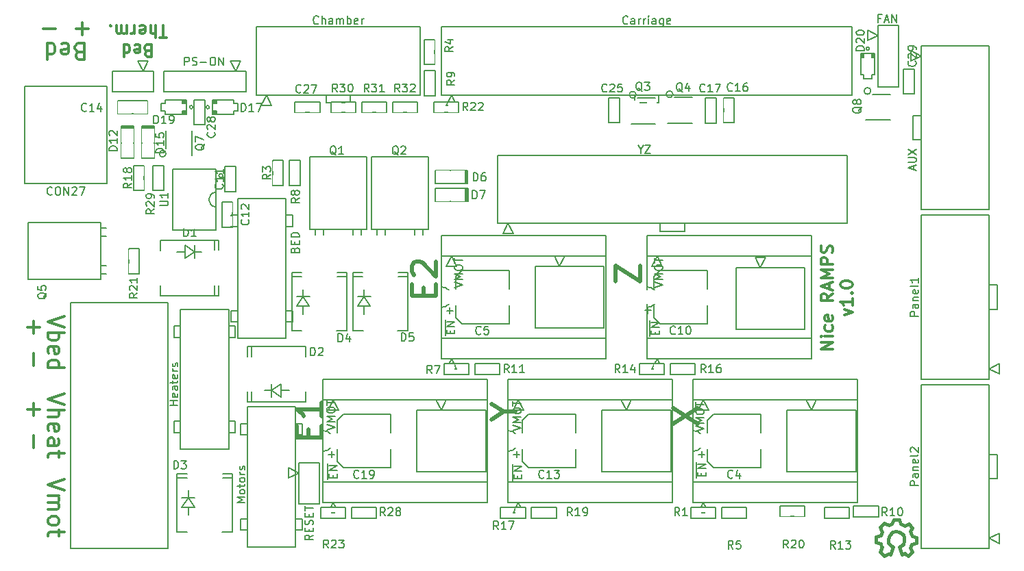
<source format=gto>
%FSLAX34Y34*%
G04 Gerber Fmt 3.4, Leading zero omitted, Abs format*
G04 (created by PCBNEW (2014-06-10 BZR 4935)-product) date 26/06/2014 20:15:07*
%MOIN*%
G01*
G70*
G90*
G04 APERTURE LIST*
%ADD10C,0.005906*%
%ADD11C,0.011811*%
%ADD12C,0.008000*%
%ADD13C,0.015000*%
%ADD14C,0.019685*%
%ADD15R,0.149574X0.070874*%
%ADD16R,0.066929X0.059055*%
%ADD17R,0.059055X0.066929*%
%ADD18R,0.047244X0.070866*%
%ADD19R,0.220472X0.251968*%
%ADD20R,0.047274X0.031474*%
%ADD21R,0.070866X0.047244*%
%ADD22R,0.251968X0.220472*%
%ADD23R,0.031474X0.047274*%
%ADD24R,0.066929X0.086614*%
%ADD25O,0.066929X0.086614*%
%ADD26R,0.086614X0.066929*%
%ADD27O,0.086614X0.066929*%
%ADD28R,0.019685X0.070866*%
%ADD29C,0.157480*%
%ADD30C,0.086614*%
%ADD31C,0.106299*%
%ADD32R,0.135827X0.047244*%
%ADD33R,0.137774X0.106274*%
%ADD34R,0.106274X0.137774*%
%ADD35R,0.086614X0.086614*%
%ADD36O,0.086614X0.086614*%
%ADD37R,0.031496X0.031496*%
%ADD38R,0.047244X0.051181*%
%ADD39R,0.051181X0.047244*%
G04 APERTURE END LIST*
G54D10*
G54D11*
X49558Y-26282D02*
X48967Y-26282D01*
X49558Y-25944D01*
X48967Y-25944D01*
X49558Y-25663D02*
X49164Y-25663D01*
X48967Y-25663D02*
X48996Y-25691D01*
X49024Y-25663D01*
X48996Y-25635D01*
X48967Y-25663D01*
X49024Y-25663D01*
X49530Y-25129D02*
X49558Y-25185D01*
X49558Y-25298D01*
X49530Y-25354D01*
X49502Y-25382D01*
X49446Y-25410D01*
X49277Y-25410D01*
X49221Y-25382D01*
X49192Y-25354D01*
X49164Y-25298D01*
X49164Y-25185D01*
X49192Y-25129D01*
X49530Y-24651D02*
X49558Y-24707D01*
X49558Y-24820D01*
X49530Y-24876D01*
X49474Y-24904D01*
X49249Y-24904D01*
X49192Y-24876D01*
X49164Y-24820D01*
X49164Y-24707D01*
X49192Y-24651D01*
X49249Y-24623D01*
X49305Y-24623D01*
X49361Y-24904D01*
X49558Y-23582D02*
X49277Y-23779D01*
X49558Y-23920D02*
X48967Y-23920D01*
X48967Y-23695D01*
X48996Y-23638D01*
X49024Y-23610D01*
X49080Y-23582D01*
X49164Y-23582D01*
X49221Y-23610D01*
X49249Y-23638D01*
X49277Y-23695D01*
X49277Y-23920D01*
X49389Y-23357D02*
X49389Y-23076D01*
X49558Y-23413D02*
X48967Y-23217D01*
X49558Y-23020D01*
X49558Y-22823D02*
X48967Y-22823D01*
X49389Y-22626D01*
X48967Y-22429D01*
X49558Y-22429D01*
X49558Y-22148D02*
X48967Y-22148D01*
X48967Y-21923D01*
X48996Y-21867D01*
X49024Y-21839D01*
X49080Y-21811D01*
X49164Y-21811D01*
X49221Y-21839D01*
X49249Y-21867D01*
X49277Y-21923D01*
X49277Y-22148D01*
X49530Y-21586D02*
X49558Y-21501D01*
X49558Y-21361D01*
X49530Y-21304D01*
X49502Y-21276D01*
X49446Y-21248D01*
X49389Y-21248D01*
X49333Y-21276D01*
X49305Y-21304D01*
X49277Y-21361D01*
X49249Y-21473D01*
X49221Y-21529D01*
X49192Y-21557D01*
X49136Y-21586D01*
X49080Y-21586D01*
X49024Y-21557D01*
X48996Y-21529D01*
X48967Y-21473D01*
X48967Y-21332D01*
X48996Y-21248D01*
X50109Y-24623D02*
X50503Y-24482D01*
X50109Y-24341D01*
X50503Y-23807D02*
X50503Y-24145D01*
X50503Y-23976D02*
X49912Y-23976D01*
X49997Y-24032D01*
X50053Y-24088D01*
X50081Y-24145D01*
X50447Y-23554D02*
X50475Y-23526D01*
X50503Y-23554D01*
X50475Y-23582D01*
X50447Y-23554D01*
X50503Y-23554D01*
X49912Y-23160D02*
X49912Y-23104D01*
X49940Y-23048D01*
X49969Y-23020D01*
X50025Y-22992D01*
X50137Y-22964D01*
X50278Y-22964D01*
X50390Y-22992D01*
X50447Y-23020D01*
X50475Y-23048D01*
X50503Y-23104D01*
X50503Y-23160D01*
X50475Y-23217D01*
X50447Y-23245D01*
X50390Y-23273D01*
X50278Y-23301D01*
X50137Y-23301D01*
X50025Y-23273D01*
X49969Y-23245D01*
X49940Y-23217D01*
X49912Y-23160D01*
X16228Y-11764D02*
X16143Y-11736D01*
X16115Y-11708D01*
X16087Y-11652D01*
X16087Y-11567D01*
X16115Y-11511D01*
X16143Y-11483D01*
X16199Y-11455D01*
X16424Y-11455D01*
X16424Y-12045D01*
X16228Y-12045D01*
X16171Y-12017D01*
X16143Y-11989D01*
X16115Y-11933D01*
X16115Y-11877D01*
X16143Y-11820D01*
X16171Y-11792D01*
X16228Y-11764D01*
X16424Y-11764D01*
X15609Y-11483D02*
X15665Y-11455D01*
X15778Y-11455D01*
X15834Y-11483D01*
X15862Y-11539D01*
X15862Y-11764D01*
X15834Y-11820D01*
X15778Y-11848D01*
X15665Y-11848D01*
X15609Y-11820D01*
X15581Y-11764D01*
X15581Y-11708D01*
X15862Y-11652D01*
X15075Y-11455D02*
X15075Y-12045D01*
X15075Y-11483D02*
X15131Y-11455D01*
X15243Y-11455D01*
X15300Y-11483D01*
X15328Y-11511D01*
X15356Y-11567D01*
X15356Y-11736D01*
X15328Y-11792D01*
X15300Y-11820D01*
X15243Y-11848D01*
X15131Y-11848D01*
X15075Y-11820D01*
X17156Y-11100D02*
X16818Y-11100D01*
X16987Y-10510D02*
X16987Y-11100D01*
X16621Y-10510D02*
X16621Y-11100D01*
X16368Y-10510D02*
X16368Y-10819D01*
X16396Y-10875D01*
X16453Y-10904D01*
X16537Y-10904D01*
X16593Y-10875D01*
X16621Y-10847D01*
X15862Y-10538D02*
X15918Y-10510D01*
X16031Y-10510D01*
X16087Y-10538D01*
X16115Y-10594D01*
X16115Y-10819D01*
X16087Y-10875D01*
X16031Y-10904D01*
X15918Y-10904D01*
X15862Y-10875D01*
X15834Y-10819D01*
X15834Y-10763D01*
X16115Y-10707D01*
X15581Y-10510D02*
X15581Y-10904D01*
X15581Y-10791D02*
X15553Y-10847D01*
X15525Y-10875D01*
X15468Y-10904D01*
X15412Y-10904D01*
X15215Y-10510D02*
X15215Y-10904D01*
X15215Y-10847D02*
X15187Y-10875D01*
X15131Y-10904D01*
X15046Y-10904D01*
X14990Y-10875D01*
X14962Y-10819D01*
X14962Y-10510D01*
X14962Y-10819D02*
X14934Y-10875D01*
X14878Y-10904D01*
X14793Y-10904D01*
X14737Y-10875D01*
X14709Y-10819D01*
X14709Y-10510D01*
X14428Y-10566D02*
X14400Y-10538D01*
X14428Y-10510D01*
X14456Y-10538D01*
X14428Y-10566D01*
X14428Y-10510D01*
X12887Y-11806D02*
X12774Y-11768D01*
X12737Y-11731D01*
X12699Y-11656D01*
X12699Y-11543D01*
X12737Y-11468D01*
X12774Y-11431D01*
X12849Y-11393D01*
X13149Y-11393D01*
X13149Y-12181D01*
X12887Y-12181D01*
X12812Y-12143D01*
X12774Y-12106D01*
X12737Y-12031D01*
X12737Y-11956D01*
X12774Y-11881D01*
X12812Y-11843D01*
X12887Y-11806D01*
X13149Y-11806D01*
X12062Y-11431D02*
X12137Y-11393D01*
X12287Y-11393D01*
X12362Y-11431D01*
X12399Y-11506D01*
X12399Y-11806D01*
X12362Y-11881D01*
X12287Y-11918D01*
X12137Y-11918D01*
X12062Y-11881D01*
X12025Y-11806D01*
X12025Y-11731D01*
X12399Y-11656D01*
X11350Y-11393D02*
X11350Y-12181D01*
X11350Y-11431D02*
X11425Y-11393D01*
X11575Y-11393D01*
X11650Y-11431D01*
X11687Y-11468D01*
X11725Y-11543D01*
X11725Y-11768D01*
X11687Y-11843D01*
X11650Y-11881D01*
X11575Y-11918D01*
X11425Y-11918D01*
X11350Y-11881D01*
X13337Y-10693D02*
X12737Y-10693D01*
X13037Y-10393D02*
X13037Y-10993D01*
X11762Y-10693D02*
X11162Y-10693D01*
X10693Y-28912D02*
X10693Y-29512D01*
X10393Y-29212D02*
X10993Y-29212D01*
X10693Y-30487D02*
X10693Y-31087D01*
X10693Y-24912D02*
X10693Y-25512D01*
X10393Y-25212D02*
X10993Y-25212D01*
X10693Y-26487D02*
X10693Y-27087D01*
X12181Y-24687D02*
X11393Y-24950D01*
X12181Y-25212D01*
X11393Y-25475D02*
X12181Y-25475D01*
X11881Y-25475D02*
X11918Y-25550D01*
X11918Y-25700D01*
X11881Y-25775D01*
X11843Y-25812D01*
X11768Y-25850D01*
X11543Y-25850D01*
X11468Y-25812D01*
X11431Y-25775D01*
X11393Y-25700D01*
X11393Y-25550D01*
X11431Y-25475D01*
X11431Y-26487D02*
X11393Y-26412D01*
X11393Y-26262D01*
X11431Y-26187D01*
X11506Y-26149D01*
X11806Y-26149D01*
X11881Y-26187D01*
X11918Y-26262D01*
X11918Y-26412D01*
X11881Y-26487D01*
X11806Y-26524D01*
X11731Y-26524D01*
X11656Y-26149D01*
X11393Y-27199D02*
X12181Y-27199D01*
X11431Y-27199D02*
X11393Y-27124D01*
X11393Y-26974D01*
X11431Y-26899D01*
X11468Y-26862D01*
X11543Y-26824D01*
X11768Y-26824D01*
X11843Y-26862D01*
X11881Y-26899D01*
X11918Y-26974D01*
X11918Y-27124D01*
X11881Y-27199D01*
X12181Y-28462D02*
X11393Y-28725D01*
X12181Y-28987D01*
X11393Y-29250D02*
X12181Y-29250D01*
X11393Y-29587D02*
X11806Y-29587D01*
X11881Y-29550D01*
X11918Y-29475D01*
X11918Y-29362D01*
X11881Y-29287D01*
X11843Y-29250D01*
X11431Y-30262D02*
X11393Y-30187D01*
X11393Y-30037D01*
X11431Y-29962D01*
X11506Y-29925D01*
X11806Y-29925D01*
X11881Y-29962D01*
X11918Y-30037D01*
X11918Y-30187D01*
X11881Y-30262D01*
X11806Y-30299D01*
X11731Y-30299D01*
X11656Y-29925D01*
X11393Y-30974D02*
X11806Y-30974D01*
X11881Y-30937D01*
X11918Y-30862D01*
X11918Y-30712D01*
X11881Y-30637D01*
X11431Y-30974D02*
X11393Y-30899D01*
X11393Y-30712D01*
X11431Y-30637D01*
X11506Y-30599D01*
X11581Y-30599D01*
X11656Y-30637D01*
X11693Y-30712D01*
X11693Y-30899D01*
X11731Y-30974D01*
X11918Y-31237D02*
X11918Y-31537D01*
X12181Y-31349D02*
X11506Y-31349D01*
X11431Y-31387D01*
X11393Y-31462D01*
X11393Y-31537D01*
X12181Y-32631D02*
X11393Y-32893D01*
X12181Y-33156D01*
X11393Y-33418D02*
X11918Y-33418D01*
X11843Y-33418D02*
X11881Y-33456D01*
X11918Y-33531D01*
X11918Y-33643D01*
X11881Y-33718D01*
X11806Y-33756D01*
X11393Y-33756D01*
X11806Y-33756D02*
X11881Y-33793D01*
X11918Y-33868D01*
X11918Y-33981D01*
X11881Y-34056D01*
X11806Y-34093D01*
X11393Y-34093D01*
X11393Y-34581D02*
X11431Y-34506D01*
X11468Y-34468D01*
X11543Y-34431D01*
X11768Y-34431D01*
X11843Y-34468D01*
X11881Y-34506D01*
X11918Y-34581D01*
X11918Y-34693D01*
X11881Y-34768D01*
X11843Y-34806D01*
X11768Y-34843D01*
X11543Y-34843D01*
X11468Y-34806D01*
X11431Y-34768D01*
X11393Y-34693D01*
X11393Y-34581D01*
X11918Y-35068D02*
X11918Y-35368D01*
X12181Y-35181D02*
X11506Y-35181D01*
X11431Y-35218D01*
X11393Y-35293D01*
X11393Y-35368D01*
G54D10*
X46050Y-32050D02*
X46050Y-31150D01*
X46050Y-29450D02*
X46050Y-30350D01*
X43450Y-29750D02*
X43450Y-30350D01*
X43450Y-31750D02*
X43450Y-31150D01*
X46050Y-29450D02*
X43750Y-29450D01*
X43750Y-29450D02*
X43450Y-29750D01*
X43450Y-31750D02*
X43750Y-32050D01*
X43750Y-32050D02*
X46050Y-32050D01*
X43025Y-31400D02*
X43325Y-31400D01*
X43175Y-31550D02*
X43175Y-31250D01*
X33800Y-25050D02*
X33800Y-24150D01*
X33800Y-22450D02*
X33800Y-23350D01*
X31200Y-22750D02*
X31200Y-23350D01*
X31200Y-24750D02*
X31200Y-24150D01*
X33800Y-22450D02*
X31500Y-22450D01*
X31500Y-22450D02*
X31200Y-22750D01*
X31200Y-24750D02*
X31500Y-25050D01*
X31500Y-25050D02*
X33800Y-25050D01*
X30775Y-24400D02*
X31075Y-24400D01*
X30925Y-24550D02*
X30925Y-24250D01*
X43440Y-25041D02*
X43440Y-24141D01*
X43440Y-22441D02*
X43440Y-23341D01*
X40840Y-22741D02*
X40840Y-23341D01*
X40840Y-24741D02*
X40840Y-24141D01*
X43440Y-22441D02*
X41140Y-22441D01*
X41140Y-22441D02*
X40840Y-22741D01*
X40840Y-24741D02*
X41140Y-25041D01*
X41140Y-25041D02*
X43440Y-25041D01*
X40415Y-24391D02*
X40715Y-24391D01*
X40565Y-24541D02*
X40565Y-24241D01*
X37050Y-32050D02*
X37050Y-31150D01*
X37050Y-29450D02*
X37050Y-30350D01*
X34450Y-29750D02*
X34450Y-30350D01*
X34450Y-31750D02*
X34450Y-31150D01*
X37050Y-29450D02*
X34750Y-29450D01*
X34750Y-29450D02*
X34450Y-29750D01*
X34450Y-31750D02*
X34750Y-32050D01*
X34750Y-32050D02*
X37050Y-32050D01*
X34025Y-31400D02*
X34325Y-31400D01*
X34175Y-31550D02*
X34175Y-31250D01*
X14771Y-14814D02*
X16228Y-14814D01*
X16228Y-14814D02*
X16228Y-14185D01*
X16228Y-14185D02*
X14771Y-14185D01*
X14771Y-14185D02*
X14771Y-14814D01*
X28050Y-32050D02*
X28050Y-31150D01*
X28050Y-29450D02*
X28050Y-30350D01*
X25450Y-29750D02*
X25450Y-30350D01*
X25450Y-31750D02*
X25450Y-31150D01*
X28050Y-29450D02*
X25750Y-29450D01*
X25750Y-29450D02*
X25450Y-29750D01*
X25450Y-31750D02*
X25750Y-32050D01*
X25750Y-32050D02*
X28050Y-32050D01*
X25025Y-31400D02*
X25325Y-31400D01*
X25175Y-31550D02*
X25175Y-31250D01*
X31737Y-17575D02*
X31796Y-17575D01*
X31796Y-17575D02*
X31796Y-18204D01*
X31796Y-18204D02*
X31737Y-18204D01*
X31678Y-18204D02*
X31737Y-18204D01*
X31737Y-18204D02*
X31737Y-17575D01*
X31737Y-17575D02*
X31678Y-17575D01*
X31678Y-17575D02*
X30221Y-17575D01*
X30221Y-17575D02*
X30221Y-18204D01*
X30221Y-18204D02*
X31678Y-18204D01*
X31678Y-18204D02*
X31678Y-17575D01*
X31742Y-18460D02*
X31801Y-18460D01*
X31801Y-18460D02*
X31801Y-19089D01*
X31801Y-19089D02*
X31742Y-19089D01*
X31683Y-19089D02*
X31742Y-19089D01*
X31742Y-19089D02*
X31742Y-18460D01*
X31742Y-18460D02*
X31683Y-18460D01*
X31683Y-18460D02*
X30226Y-18460D01*
X30226Y-18460D02*
X30226Y-19089D01*
X30226Y-19089D02*
X31683Y-19089D01*
X31683Y-19089D02*
X31683Y-18460D01*
X14935Y-15462D02*
X14935Y-15403D01*
X14935Y-15403D02*
X15564Y-15403D01*
X15564Y-15403D02*
X15564Y-15462D01*
X15564Y-15521D02*
X15564Y-15462D01*
X15564Y-15462D02*
X14935Y-15462D01*
X14935Y-15462D02*
X14935Y-15521D01*
X14935Y-15521D02*
X14935Y-16978D01*
X14935Y-16978D02*
X15564Y-16978D01*
X15564Y-16978D02*
X15564Y-15521D01*
X15564Y-15521D02*
X14935Y-15521D01*
X15935Y-15462D02*
X15935Y-15403D01*
X15935Y-15403D02*
X16564Y-15403D01*
X16564Y-15403D02*
X16564Y-15462D01*
X16564Y-15521D02*
X16564Y-15462D01*
X16564Y-15462D02*
X15935Y-15462D01*
X15935Y-15462D02*
X15935Y-15521D01*
X15935Y-15521D02*
X15935Y-16978D01*
X15935Y-16978D02*
X16564Y-16978D01*
X16564Y-16978D02*
X16564Y-15521D01*
X16564Y-15521D02*
X15935Y-15521D01*
X26602Y-20730D02*
X26602Y-20454D01*
X26208Y-20730D02*
X26208Y-20454D01*
X24791Y-20454D02*
X24791Y-20730D01*
X24397Y-20454D02*
X24397Y-20730D01*
X24122Y-16911D02*
X26877Y-16911D01*
X26877Y-16911D02*
X26877Y-20454D01*
X26877Y-20454D02*
X24122Y-20454D01*
X24122Y-20454D02*
X24122Y-16911D01*
X29602Y-20730D02*
X29602Y-20454D01*
X29208Y-20730D02*
X29208Y-20454D01*
X27791Y-20454D02*
X27791Y-20730D01*
X27397Y-20454D02*
X27397Y-20730D01*
X27122Y-16911D02*
X29877Y-16911D01*
X29877Y-16911D02*
X29877Y-20454D01*
X29877Y-20454D02*
X27122Y-20454D01*
X27122Y-20454D02*
X27122Y-16911D01*
X39980Y-13892D02*
G75*
G03X39980Y-13892I-162J0D01*
G74*
G01*
X40920Y-15309D02*
X39739Y-15309D01*
X40920Y-14050D02*
X40054Y-14050D01*
X41770Y-13872D02*
G75*
G03X41770Y-13872I-162J0D01*
G74*
G01*
X42710Y-15289D02*
X41529Y-15289D01*
X42710Y-14030D02*
X41844Y-14030D01*
X14230Y-20397D02*
X13954Y-20397D01*
X14230Y-20791D02*
X13954Y-20791D01*
X13954Y-22208D02*
X14230Y-22208D01*
X13954Y-22602D02*
X14230Y-22602D01*
X10411Y-22877D02*
X10411Y-20122D01*
X10411Y-20122D02*
X13954Y-20122D01*
X13954Y-20122D02*
X13954Y-22877D01*
X13954Y-22877D02*
X10411Y-22877D01*
X17124Y-16761D02*
G75*
G03X17124Y-16761I-162J0D01*
G74*
G01*
X18379Y-15659D02*
X18379Y-16840D01*
X17120Y-15659D02*
X17120Y-16525D01*
X51400Y-13712D02*
G75*
G03X51400Y-13712I-162J0D01*
G74*
G01*
X52340Y-15129D02*
X51159Y-15129D01*
X52340Y-13870D02*
X51474Y-13870D01*
X42750Y-32750D02*
X42750Y-33750D01*
X42750Y-33750D02*
X50750Y-33750D01*
X50750Y-33750D02*
X50750Y-32750D01*
X50750Y-32750D02*
X42750Y-32750D01*
X43000Y-34250D02*
X43500Y-34250D01*
X43500Y-34250D02*
X43250Y-33750D01*
X43000Y-34250D02*
X43250Y-33750D01*
X42750Y-27750D02*
X42750Y-28750D01*
X42750Y-28750D02*
X50750Y-28750D01*
X50750Y-28750D02*
X50750Y-27750D01*
X50750Y-27750D02*
X42750Y-27750D01*
X43000Y-29250D02*
X43500Y-29250D01*
X43500Y-29250D02*
X43250Y-28750D01*
X43000Y-29250D02*
X43250Y-28750D01*
X30500Y-25750D02*
X30500Y-26750D01*
X30500Y-26750D02*
X38500Y-26750D01*
X38500Y-26750D02*
X38500Y-25750D01*
X38500Y-25750D02*
X30500Y-25750D01*
X30750Y-27250D02*
X31250Y-27250D01*
X31250Y-27250D02*
X31000Y-26750D01*
X30750Y-27250D02*
X31000Y-26750D01*
X30500Y-20750D02*
X30500Y-21750D01*
X30500Y-21750D02*
X38500Y-21750D01*
X38500Y-21750D02*
X38500Y-20750D01*
X38500Y-20750D02*
X30500Y-20750D01*
X30750Y-22250D02*
X31250Y-22250D01*
X31250Y-22250D02*
X31000Y-21750D01*
X30750Y-22250D02*
X31000Y-21750D01*
X40500Y-25750D02*
X40500Y-26750D01*
X40500Y-26750D02*
X48500Y-26750D01*
X48500Y-26750D02*
X48500Y-25750D01*
X48500Y-25750D02*
X40500Y-25750D01*
X40750Y-27250D02*
X41250Y-27250D01*
X41250Y-27250D02*
X41000Y-26750D01*
X40750Y-27250D02*
X41000Y-26750D01*
X40500Y-20750D02*
X40500Y-21750D01*
X40500Y-21750D02*
X48500Y-21750D01*
X48500Y-21750D02*
X48500Y-20750D01*
X48500Y-20750D02*
X40500Y-20750D01*
X40750Y-22250D02*
X41250Y-22250D01*
X41250Y-22250D02*
X41000Y-21750D01*
X40750Y-22250D02*
X41000Y-21750D01*
X33750Y-32750D02*
X33750Y-33750D01*
X33750Y-33750D02*
X41750Y-33750D01*
X41750Y-33750D02*
X41750Y-32750D01*
X41750Y-32750D02*
X33750Y-32750D01*
X34000Y-34250D02*
X34500Y-34250D01*
X34500Y-34250D02*
X34250Y-33750D01*
X34000Y-34250D02*
X34250Y-33750D01*
X33750Y-27750D02*
X33750Y-28750D01*
X33750Y-28750D02*
X41750Y-28750D01*
X41750Y-28750D02*
X41750Y-27750D01*
X41750Y-27750D02*
X33750Y-27750D01*
X34000Y-29250D02*
X34500Y-29250D01*
X34500Y-29250D02*
X34250Y-28750D01*
X34000Y-29250D02*
X34250Y-28750D01*
X24750Y-32750D02*
X24750Y-33750D01*
X24750Y-33750D02*
X32750Y-33750D01*
X32750Y-33750D02*
X32750Y-32750D01*
X32750Y-32750D02*
X24750Y-32750D01*
X25000Y-34250D02*
X25500Y-34250D01*
X25500Y-34250D02*
X25250Y-33750D01*
X25000Y-34250D02*
X25250Y-33750D01*
X24750Y-27750D02*
X24750Y-28750D01*
X24750Y-28750D02*
X32750Y-28750D01*
X32750Y-28750D02*
X32750Y-27750D01*
X32750Y-27750D02*
X24750Y-27750D01*
X25000Y-29250D02*
X25500Y-29250D01*
X25500Y-29250D02*
X25250Y-28750D01*
X25000Y-29250D02*
X25250Y-28750D01*
X21000Y-13750D02*
X21000Y-12750D01*
X21000Y-12750D02*
X17000Y-12750D01*
X17000Y-12750D02*
X17000Y-13750D01*
X17000Y-13750D02*
X21000Y-13750D01*
X20750Y-12250D02*
X20250Y-12250D01*
X20250Y-12250D02*
X20500Y-12750D01*
X20750Y-12250D02*
X20500Y-12750D01*
X52750Y-10500D02*
X51750Y-10500D01*
X51750Y-10500D02*
X51750Y-13500D01*
X51750Y-13500D02*
X52750Y-13500D01*
X52750Y-13500D02*
X52750Y-10500D01*
X51250Y-10750D02*
X51250Y-11250D01*
X51250Y-11250D02*
X51750Y-11000D01*
X51250Y-10750D02*
X51750Y-11000D01*
X57153Y-11503D02*
X53846Y-11503D01*
X53846Y-11503D02*
X53846Y-19496D01*
X53846Y-19496D02*
X57153Y-19496D01*
X57153Y-19496D02*
X57153Y-11503D01*
X53846Y-14909D02*
X53452Y-14909D01*
X53452Y-14909D02*
X53452Y-16090D01*
X53452Y-16090D02*
X53846Y-16090D01*
X53846Y-16090D02*
X53846Y-14909D01*
X53346Y-11753D02*
X53346Y-12253D01*
X53346Y-12253D02*
X53846Y-12003D01*
X53346Y-11753D02*
X53846Y-12003D01*
X30503Y-10596D02*
X30503Y-13903D01*
X30503Y-13903D02*
X50496Y-13903D01*
X50496Y-13903D02*
X50496Y-10596D01*
X50496Y-10596D02*
X30503Y-10596D01*
X39909Y-13903D02*
X39909Y-14297D01*
X39909Y-14297D02*
X41090Y-14297D01*
X41090Y-14297D02*
X41090Y-13903D01*
X41090Y-13903D02*
X39909Y-13903D01*
X30753Y-14403D02*
X31253Y-14403D01*
X31253Y-14403D02*
X31003Y-13903D01*
X30753Y-14403D02*
X31003Y-13903D01*
X53846Y-27746D02*
X57153Y-27746D01*
X57153Y-27746D02*
X57153Y-19753D01*
X57153Y-19753D02*
X53846Y-19753D01*
X53846Y-19753D02*
X53846Y-27746D01*
X57153Y-24340D02*
X57547Y-24340D01*
X57547Y-24340D02*
X57547Y-23159D01*
X57547Y-23159D02*
X57153Y-23159D01*
X57153Y-23159D02*
X57153Y-24340D01*
X57653Y-27496D02*
X57653Y-26996D01*
X57653Y-26996D02*
X57153Y-27246D01*
X57653Y-27496D02*
X57153Y-27246D01*
X53846Y-35996D02*
X57153Y-35996D01*
X57153Y-35996D02*
X57153Y-28003D01*
X57153Y-28003D02*
X53846Y-28003D01*
X53846Y-28003D02*
X53846Y-35996D01*
X57153Y-32590D02*
X57547Y-32590D01*
X57547Y-32590D02*
X57547Y-31409D01*
X57547Y-31409D02*
X57153Y-31409D01*
X57153Y-31409D02*
X57153Y-32590D01*
X57653Y-35746D02*
X57653Y-35246D01*
X57653Y-35246D02*
X57153Y-35496D01*
X57653Y-35746D02*
X57153Y-35496D01*
X21503Y-10596D02*
X21503Y-13903D01*
X21503Y-13903D02*
X29496Y-13903D01*
X29496Y-13903D02*
X29496Y-10596D01*
X29496Y-10596D02*
X21503Y-10596D01*
X24909Y-13903D02*
X24909Y-14297D01*
X24909Y-14297D02*
X26090Y-14297D01*
X26090Y-14297D02*
X26090Y-13903D01*
X26090Y-13903D02*
X24909Y-13903D01*
X21753Y-14403D02*
X22253Y-14403D01*
X22253Y-14403D02*
X22003Y-13903D01*
X21753Y-14403D02*
X22003Y-13903D01*
X24580Y-31800D02*
X23580Y-31800D01*
X23580Y-31800D02*
X23580Y-33800D01*
X23580Y-33800D02*
X24580Y-33800D01*
X24580Y-33800D02*
X24580Y-31800D01*
X23080Y-32050D02*
X23080Y-32550D01*
X23080Y-32550D02*
X23580Y-32300D01*
X23080Y-32050D02*
X23580Y-32300D01*
X19562Y-18645D02*
G75*
G03X19562Y-19354I0J-354D01*
G74*
G01*
X17437Y-17503D02*
X17437Y-20496D01*
X17437Y-20496D02*
X19562Y-20496D01*
X19562Y-20496D02*
X19562Y-17503D01*
X19562Y-17503D02*
X17437Y-17503D01*
G54D12*
X19893Y-17842D02*
G75*
G03X19893Y-17842I-100J0D01*
G74*
G01*
G54D10*
X21068Y-34547D02*
X20753Y-34547D01*
X20753Y-34547D02*
X20753Y-35098D01*
X20753Y-35098D02*
X21068Y-35098D01*
X23431Y-34547D02*
X23746Y-34547D01*
X23746Y-34547D02*
X23746Y-35098D01*
X23746Y-35098D02*
X23431Y-35098D01*
X23431Y-30452D02*
X23746Y-30452D01*
X23746Y-30452D02*
X23746Y-29901D01*
X23746Y-29901D02*
X23431Y-29901D01*
X21068Y-30452D02*
X20753Y-30452D01*
X20753Y-30452D02*
X20753Y-29901D01*
X20753Y-29901D02*
X21068Y-29901D01*
X23431Y-29094D02*
X21068Y-29094D01*
X21068Y-29094D02*
X21068Y-35905D01*
X21068Y-35905D02*
X23431Y-35905D01*
X23431Y-35905D02*
X23431Y-29094D01*
X17818Y-29797D02*
X17503Y-29797D01*
X17503Y-29797D02*
X17503Y-30348D01*
X17503Y-30348D02*
X17818Y-30348D01*
X20181Y-29797D02*
X20496Y-29797D01*
X20496Y-29797D02*
X20496Y-30348D01*
X20496Y-30348D02*
X20181Y-30348D01*
X20181Y-25702D02*
X20496Y-25702D01*
X20496Y-25702D02*
X20496Y-25151D01*
X20496Y-25151D02*
X20181Y-25151D01*
X17818Y-25702D02*
X17503Y-25702D01*
X17503Y-25702D02*
X17503Y-25151D01*
X17503Y-25151D02*
X17818Y-25151D01*
X20181Y-24344D02*
X17818Y-24344D01*
X17818Y-24344D02*
X17818Y-31155D01*
X17818Y-31155D02*
X20181Y-31155D01*
X20181Y-31155D02*
X20181Y-24344D01*
X20602Y-24401D02*
X20287Y-24401D01*
X20287Y-24401D02*
X20287Y-24952D01*
X20287Y-24952D02*
X20602Y-24952D01*
X22965Y-24401D02*
X23280Y-24401D01*
X23280Y-24401D02*
X23280Y-24952D01*
X23280Y-24952D02*
X22965Y-24952D01*
X22965Y-20307D02*
X23280Y-20307D01*
X23280Y-20307D02*
X23280Y-19755D01*
X23280Y-19755D02*
X22965Y-19755D01*
X20602Y-20307D02*
X20287Y-20307D01*
X20287Y-20307D02*
X20287Y-19755D01*
X20287Y-19755D02*
X20602Y-19755D01*
X22965Y-18948D02*
X20602Y-18948D01*
X20602Y-18948D02*
X20602Y-25759D01*
X20602Y-25759D02*
X22965Y-25759D01*
X22965Y-25759D02*
X22965Y-18948D01*
X17208Y-24015D02*
X17208Y-35984D01*
X17208Y-35984D02*
X12484Y-35984D01*
X12484Y-35984D02*
X12484Y-24015D01*
X12484Y-24015D02*
X17208Y-24015D01*
X32750Y-28750D02*
X24750Y-28750D01*
X24750Y-32750D02*
X32750Y-32750D01*
X24750Y-31250D02*
G75*
G03X24750Y-30250I0J500D01*
G74*
G01*
X24750Y-33750D02*
X24750Y-27750D01*
X24750Y-27750D02*
X32750Y-27750D01*
X32750Y-27750D02*
X32750Y-33750D01*
X32750Y-33750D02*
X24750Y-33750D01*
X41750Y-28750D02*
X33750Y-28750D01*
X33750Y-32750D02*
X41750Y-32750D01*
X33750Y-31250D02*
G75*
G03X33750Y-30250I0J500D01*
G74*
G01*
X33750Y-33750D02*
X33750Y-27750D01*
X33750Y-27750D02*
X41750Y-27750D01*
X41750Y-27750D02*
X41750Y-33750D01*
X41750Y-33750D02*
X33750Y-33750D01*
X48500Y-21750D02*
X40500Y-21750D01*
X40500Y-25750D02*
X48500Y-25750D01*
X40500Y-24250D02*
G75*
G03X40500Y-23250I0J500D01*
G74*
G01*
X40500Y-26750D02*
X40500Y-20750D01*
X40500Y-20750D02*
X48500Y-20750D01*
X48500Y-20750D02*
X48500Y-26750D01*
X48500Y-26750D02*
X40500Y-26750D01*
X38500Y-21750D02*
X30500Y-21750D01*
X30500Y-25750D02*
X38500Y-25750D01*
X30500Y-24250D02*
G75*
G03X30500Y-23250I0J500D01*
G74*
G01*
X30500Y-26750D02*
X30500Y-20750D01*
X30500Y-20750D02*
X38500Y-20750D01*
X38500Y-20750D02*
X38500Y-26750D01*
X38500Y-26750D02*
X30500Y-26750D01*
X50750Y-28750D02*
X42750Y-28750D01*
X42750Y-32750D02*
X50750Y-32750D01*
X42750Y-31250D02*
G75*
G03X42750Y-30250I0J500D01*
G74*
G01*
X42750Y-33750D02*
X42750Y-27750D01*
X42750Y-27750D02*
X50750Y-27750D01*
X50750Y-27750D02*
X50750Y-33750D01*
X50750Y-33750D02*
X42750Y-33750D01*
X50673Y-29250D02*
X47326Y-29250D01*
X47326Y-29250D02*
X47326Y-32250D01*
X47326Y-32250D02*
X50673Y-32250D01*
X50673Y-32250D02*
X50673Y-29250D01*
X48500Y-29250D02*
X48250Y-28750D01*
X48250Y-28750D02*
X48750Y-28750D01*
X48500Y-29250D02*
X48750Y-28750D01*
X38423Y-22250D02*
X35076Y-22250D01*
X35076Y-22250D02*
X35076Y-25250D01*
X35076Y-25250D02*
X38423Y-25250D01*
X38423Y-25250D02*
X38423Y-22250D01*
X36250Y-22250D02*
X36000Y-21750D01*
X36000Y-21750D02*
X36500Y-21750D01*
X36250Y-22250D02*
X36500Y-21750D01*
X48196Y-22311D02*
X44850Y-22311D01*
X44850Y-22311D02*
X44850Y-25311D01*
X44850Y-25311D02*
X48196Y-25311D01*
X48196Y-25311D02*
X48196Y-22311D01*
X46023Y-22311D02*
X45773Y-21811D01*
X45773Y-21811D02*
X46273Y-21811D01*
X46023Y-22311D02*
X46273Y-21811D01*
X41673Y-29250D02*
X38326Y-29250D01*
X38326Y-29250D02*
X38326Y-32250D01*
X38326Y-32250D02*
X41673Y-32250D01*
X41673Y-32250D02*
X41673Y-29250D01*
X39500Y-29250D02*
X39250Y-28750D01*
X39250Y-28750D02*
X39750Y-28750D01*
X39500Y-29250D02*
X39750Y-28750D01*
X32673Y-29250D02*
X29326Y-29250D01*
X29326Y-29250D02*
X29326Y-32250D01*
X29326Y-32250D02*
X32673Y-32250D01*
X32673Y-32250D02*
X32673Y-29250D01*
X30500Y-29250D02*
X30250Y-28750D01*
X30250Y-28750D02*
X30750Y-28750D01*
X30500Y-29250D02*
X30750Y-28750D01*
X26761Y-23730D02*
X26761Y-23375D01*
X26761Y-24183D02*
X26761Y-24576D01*
X28887Y-22765D02*
X28414Y-22765D01*
X26209Y-22765D02*
X26682Y-22765D01*
X28887Y-22549D02*
X28414Y-22549D01*
X26209Y-22549D02*
X26682Y-22549D01*
X28887Y-25383D02*
X28394Y-25383D01*
X26209Y-25383D02*
X26702Y-25383D01*
X26446Y-23730D02*
X27076Y-23730D01*
X27056Y-24183D02*
X26446Y-24183D01*
X26761Y-23730D02*
X27056Y-24183D01*
X26761Y-23730D02*
X26446Y-24183D01*
X28887Y-25383D02*
X28887Y-22549D01*
X26209Y-25383D02*
X26209Y-22549D01*
X23788Y-23725D02*
X23788Y-23370D01*
X23788Y-24178D02*
X23788Y-24571D01*
X25914Y-22760D02*
X25441Y-22760D01*
X23236Y-22760D02*
X23709Y-22760D01*
X25914Y-22544D02*
X25441Y-22544D01*
X23236Y-22544D02*
X23709Y-22544D01*
X25914Y-25378D02*
X25421Y-25378D01*
X23236Y-25378D02*
X23729Y-25378D01*
X23473Y-23725D02*
X24103Y-23725D01*
X24083Y-24178D02*
X23473Y-24178D01*
X23788Y-23725D02*
X24083Y-24178D01*
X23788Y-23725D02*
X23473Y-24178D01*
X25914Y-25378D02*
X25914Y-22544D01*
X23236Y-25378D02*
X23236Y-22544D01*
X18213Y-33514D02*
X18213Y-33159D01*
X18213Y-33967D02*
X18213Y-34360D01*
X20339Y-32549D02*
X19866Y-32549D01*
X17661Y-32549D02*
X18134Y-32549D01*
X20339Y-32333D02*
X19866Y-32333D01*
X17661Y-32333D02*
X18134Y-32333D01*
X20339Y-35167D02*
X19846Y-35167D01*
X17661Y-35167D02*
X18154Y-35167D01*
X17898Y-33514D02*
X18528Y-33514D01*
X18508Y-33967D02*
X17898Y-33967D01*
X18213Y-33514D02*
X18508Y-33967D01*
X18213Y-33514D02*
X17898Y-33967D01*
X20339Y-35167D02*
X20339Y-32333D01*
X17661Y-35167D02*
X17661Y-32333D01*
X22264Y-28287D02*
X21909Y-28287D01*
X22717Y-28287D02*
X23110Y-28287D01*
X21299Y-26161D02*
X21299Y-26634D01*
X21299Y-28839D02*
X21299Y-28366D01*
X21083Y-26161D02*
X21083Y-26634D01*
X21083Y-28839D02*
X21083Y-28366D01*
X23917Y-26161D02*
X23917Y-26654D01*
X23917Y-28839D02*
X23917Y-28346D01*
X22264Y-28602D02*
X22264Y-27972D01*
X22717Y-27992D02*
X22717Y-28602D01*
X22264Y-28287D02*
X22717Y-27992D01*
X22264Y-28287D02*
X22717Y-28602D01*
X23917Y-26161D02*
X21083Y-26161D01*
X23917Y-28839D02*
X21083Y-28839D01*
X18505Y-21543D02*
X18860Y-21543D01*
X18052Y-21543D02*
X17659Y-21543D01*
X19470Y-23669D02*
X19470Y-23196D01*
X19470Y-20991D02*
X19470Y-21464D01*
X19686Y-23669D02*
X19686Y-23196D01*
X19686Y-20991D02*
X19686Y-21464D01*
X16852Y-23669D02*
X16852Y-23176D01*
X16852Y-20991D02*
X16852Y-21484D01*
X18505Y-21228D02*
X18505Y-21858D01*
X18052Y-21838D02*
X18052Y-21228D01*
X18505Y-21543D02*
X18052Y-21838D01*
X18505Y-21543D02*
X18052Y-21228D01*
X16852Y-23669D02*
X19686Y-23669D01*
X16852Y-20991D02*
X19686Y-20991D01*
X14234Y-18208D02*
X10265Y-18208D01*
X10265Y-18208D02*
X10265Y-13484D01*
X10265Y-13484D02*
X14234Y-13484D01*
X14234Y-13484D02*
X14234Y-18208D01*
X16500Y-13750D02*
X16500Y-12750D01*
X16500Y-12750D02*
X14500Y-12750D01*
X14500Y-12750D02*
X14500Y-13750D01*
X14500Y-13750D02*
X16500Y-13750D01*
X16250Y-12250D02*
X15750Y-12250D01*
X15750Y-12250D02*
X16000Y-12750D01*
X16250Y-12250D02*
X16000Y-12750D01*
X19232Y-14500D02*
G75*
G03X19232Y-14500I-78J0D01*
G74*
G01*
X19586Y-14204D02*
X19370Y-14204D01*
X19370Y-14263D02*
X19586Y-14263D01*
X19586Y-14165D02*
X19370Y-14165D01*
X19370Y-14165D02*
X19370Y-14303D01*
X19586Y-14775D02*
X19370Y-14775D01*
X19370Y-14736D02*
X19586Y-14736D01*
X19586Y-14834D02*
X19370Y-14834D01*
X19370Y-14834D02*
X19370Y-14696D01*
X20413Y-14834D02*
X19586Y-14834D01*
X19586Y-14834D02*
X19586Y-14696D01*
X19586Y-14696D02*
X19370Y-14696D01*
X19370Y-14696D02*
X19370Y-14303D01*
X19370Y-14303D02*
X19586Y-14303D01*
X19586Y-14303D02*
X19586Y-14165D01*
X19586Y-14165D02*
X20413Y-14165D01*
X20413Y-14165D02*
X20413Y-14303D01*
X20413Y-14303D02*
X20629Y-14303D01*
X20629Y-14303D02*
X20629Y-14696D01*
X20629Y-14696D02*
X20413Y-14696D01*
X20413Y-14696D02*
X20413Y-14834D01*
X18425Y-14500D02*
G75*
G03X18425Y-14500I-78J0D01*
G74*
G01*
X17913Y-14795D02*
X18129Y-14795D01*
X18129Y-14736D02*
X17913Y-14736D01*
X17913Y-14834D02*
X18129Y-14834D01*
X18129Y-14834D02*
X18129Y-14696D01*
X17913Y-14224D02*
X18129Y-14224D01*
X18129Y-14263D02*
X17913Y-14263D01*
X17913Y-14165D02*
X18129Y-14165D01*
X18129Y-14165D02*
X18129Y-14303D01*
X17086Y-14165D02*
X17913Y-14165D01*
X17913Y-14165D02*
X17913Y-14303D01*
X17913Y-14303D02*
X18129Y-14303D01*
X18129Y-14303D02*
X18129Y-14696D01*
X18129Y-14696D02*
X17913Y-14696D01*
X17913Y-14696D02*
X17913Y-14834D01*
X17913Y-14834D02*
X17086Y-14834D01*
X17086Y-14834D02*
X17086Y-14696D01*
X17086Y-14696D02*
X16870Y-14696D01*
X16870Y-14696D02*
X16870Y-14303D01*
X16870Y-14303D02*
X17086Y-14303D01*
X17086Y-14303D02*
X17086Y-14165D01*
X51328Y-11653D02*
G75*
G03X51328Y-11653I-78J0D01*
G74*
G01*
X51545Y-12086D02*
X51545Y-11870D01*
X51486Y-11870D02*
X51486Y-12086D01*
X51584Y-12086D02*
X51584Y-11870D01*
X51584Y-11870D02*
X51446Y-11870D01*
X50974Y-12086D02*
X50974Y-11870D01*
X51013Y-11870D02*
X51013Y-12086D01*
X50915Y-12086D02*
X50915Y-11870D01*
X50915Y-11870D02*
X51053Y-11870D01*
X50915Y-12913D02*
X50915Y-12086D01*
X50915Y-12086D02*
X51053Y-12086D01*
X51053Y-12086D02*
X51053Y-11870D01*
X51053Y-11870D02*
X51446Y-11870D01*
X51446Y-11870D02*
X51446Y-12086D01*
X51446Y-12086D02*
X51584Y-12086D01*
X51584Y-12086D02*
X51584Y-12913D01*
X51584Y-12913D02*
X51446Y-12913D01*
X51446Y-12913D02*
X51446Y-13129D01*
X51446Y-13129D02*
X51053Y-13129D01*
X51053Y-13129D02*
X51053Y-12913D01*
X51053Y-12913D02*
X50915Y-12913D01*
X52994Y-13860D02*
X53505Y-13860D01*
X53505Y-13860D02*
X53505Y-12639D01*
X53505Y-12639D02*
X52994Y-12639D01*
X52994Y-12639D02*
X52994Y-13860D01*
X52994Y-13860D02*
X52994Y-13860D01*
X18494Y-15360D02*
X19005Y-15360D01*
X19005Y-15360D02*
X19005Y-14139D01*
X19005Y-14139D02*
X18494Y-14139D01*
X18494Y-14139D02*
X18494Y-15360D01*
X18494Y-15360D02*
X18494Y-15360D01*
X24610Y-14755D02*
X24610Y-14244D01*
X24610Y-14244D02*
X23389Y-14244D01*
X23389Y-14244D02*
X23389Y-14755D01*
X23389Y-14755D02*
X24610Y-14755D01*
X24610Y-14755D02*
X24610Y-14755D01*
X39175Y-14039D02*
X38664Y-14039D01*
X38664Y-14039D02*
X38664Y-15260D01*
X38664Y-15260D02*
X39175Y-15260D01*
X39175Y-15260D02*
X39175Y-14039D01*
X39175Y-14039D02*
X39175Y-14039D01*
X28139Y-14244D02*
X28139Y-14755D01*
X28139Y-14755D02*
X29360Y-14755D01*
X29360Y-14755D02*
X29360Y-14244D01*
X29360Y-14244D02*
X28139Y-14244D01*
X28139Y-14244D02*
X28139Y-14244D01*
X26639Y-14244D02*
X26639Y-14755D01*
X26639Y-14755D02*
X27860Y-14755D01*
X27860Y-14755D02*
X27860Y-14244D01*
X27860Y-14244D02*
X26639Y-14244D01*
X26639Y-14244D02*
X26639Y-14244D01*
X25139Y-14244D02*
X25139Y-14755D01*
X25139Y-14755D02*
X26360Y-14755D01*
X26360Y-14755D02*
X26360Y-14244D01*
X26360Y-14244D02*
X25139Y-14244D01*
X25139Y-14244D02*
X25139Y-14244D01*
X16494Y-18560D02*
X17005Y-18560D01*
X17005Y-18560D02*
X17005Y-17339D01*
X17005Y-17339D02*
X16494Y-17339D01*
X16494Y-17339D02*
X16494Y-18560D01*
X16494Y-18560D02*
X16494Y-18560D01*
X27360Y-34505D02*
X27360Y-33994D01*
X27360Y-33994D02*
X26139Y-33994D01*
X26139Y-33994D02*
X26139Y-34505D01*
X26139Y-34505D02*
X27360Y-34505D01*
X27360Y-34505D02*
X27360Y-34505D01*
X25860Y-34505D02*
X25860Y-33994D01*
X25860Y-33994D02*
X24639Y-33994D01*
X24639Y-33994D02*
X24639Y-34505D01*
X24639Y-34505D02*
X25860Y-34505D01*
X25860Y-34505D02*
X25860Y-34505D01*
X30139Y-14244D02*
X30139Y-14755D01*
X30139Y-14755D02*
X31360Y-14755D01*
X31360Y-14755D02*
X31360Y-14244D01*
X31360Y-14244D02*
X30139Y-14244D01*
X30139Y-14244D02*
X30139Y-14244D01*
X15307Y-22615D02*
X15818Y-22615D01*
X15818Y-22615D02*
X15818Y-21394D01*
X15818Y-21394D02*
X15307Y-21394D01*
X15307Y-21394D02*
X15307Y-22615D01*
X15307Y-22615D02*
X15307Y-22615D01*
X48196Y-34424D02*
X48196Y-33913D01*
X48196Y-33913D02*
X46976Y-33913D01*
X46976Y-33913D02*
X46976Y-34424D01*
X46976Y-34424D02*
X48196Y-34424D01*
X48196Y-34424D02*
X48196Y-34424D01*
X36110Y-34505D02*
X36110Y-33994D01*
X36110Y-33994D02*
X34889Y-33994D01*
X34889Y-33994D02*
X34889Y-34505D01*
X34889Y-34505D02*
X36110Y-34505D01*
X36110Y-34505D02*
X36110Y-34505D01*
X15544Y-18560D02*
X16055Y-18560D01*
X16055Y-18560D02*
X16055Y-17339D01*
X16055Y-17339D02*
X15544Y-17339D01*
X15544Y-17339D02*
X15544Y-18560D01*
X15544Y-18560D02*
X15544Y-18560D01*
X34610Y-34505D02*
X34610Y-33994D01*
X34610Y-33994D02*
X33389Y-33994D01*
X33389Y-33994D02*
X33389Y-34505D01*
X33389Y-34505D02*
X34610Y-34505D01*
X34610Y-34505D02*
X34610Y-34505D01*
X42860Y-27505D02*
X42860Y-26994D01*
X42860Y-26994D02*
X41639Y-26994D01*
X41639Y-26994D02*
X41639Y-27505D01*
X41639Y-27505D02*
X42860Y-27505D01*
X42860Y-27505D02*
X42860Y-27505D01*
X41360Y-27505D02*
X41360Y-26994D01*
X41360Y-26994D02*
X40139Y-26994D01*
X40139Y-26994D02*
X40139Y-27505D01*
X40139Y-27505D02*
X41360Y-27505D01*
X41360Y-27505D02*
X41360Y-27505D01*
X50360Y-34505D02*
X50360Y-33994D01*
X50360Y-33994D02*
X49139Y-33994D01*
X49139Y-33994D02*
X49139Y-34505D01*
X49139Y-34505D02*
X50360Y-34505D01*
X50360Y-34505D02*
X50360Y-34505D01*
X33360Y-27505D02*
X33360Y-26994D01*
X33360Y-26994D02*
X32139Y-26994D01*
X32139Y-26994D02*
X32139Y-27505D01*
X32139Y-27505D02*
X33360Y-27505D01*
X33360Y-27505D02*
X33360Y-27505D01*
X50548Y-33927D02*
X50548Y-34439D01*
X50548Y-34439D02*
X51769Y-34439D01*
X51769Y-34439D02*
X51769Y-33927D01*
X51769Y-33927D02*
X50548Y-33927D01*
X50548Y-33927D02*
X50548Y-33927D01*
X30209Y-12712D02*
X29697Y-12712D01*
X29697Y-12712D02*
X29697Y-13933D01*
X29697Y-13933D02*
X30209Y-13933D01*
X30209Y-13933D02*
X30209Y-12712D01*
X30209Y-12712D02*
X30209Y-12712D01*
X23130Y-18319D02*
X23641Y-18319D01*
X23641Y-18319D02*
X23641Y-17098D01*
X23641Y-17098D02*
X23130Y-17098D01*
X23130Y-17098D02*
X23130Y-18319D01*
X23130Y-18319D02*
X23130Y-18319D01*
X31860Y-27505D02*
X31860Y-26994D01*
X31860Y-26994D02*
X30639Y-26994D01*
X30639Y-26994D02*
X30639Y-27505D01*
X30639Y-27505D02*
X31860Y-27505D01*
X31860Y-27505D02*
X31860Y-27505D01*
X45360Y-34505D02*
X45360Y-33994D01*
X45360Y-33994D02*
X44139Y-33994D01*
X44139Y-33994D02*
X44139Y-34505D01*
X44139Y-34505D02*
X45360Y-34505D01*
X45360Y-34505D02*
X45360Y-34505D01*
X29685Y-12426D02*
X30197Y-12426D01*
X30197Y-12426D02*
X30197Y-11205D01*
X30197Y-11205D02*
X29685Y-11205D01*
X29685Y-11205D02*
X29685Y-12426D01*
X29685Y-12426D02*
X29685Y-12426D01*
X22306Y-18316D02*
X22818Y-18316D01*
X22818Y-18316D02*
X22818Y-17096D01*
X22818Y-17096D02*
X22306Y-17096D01*
X22306Y-17096D02*
X22306Y-18316D01*
X22306Y-18316D02*
X22306Y-18316D01*
X43860Y-34505D02*
X43860Y-33994D01*
X43860Y-33994D02*
X42639Y-33994D01*
X42639Y-33994D02*
X42639Y-34505D01*
X42639Y-34505D02*
X43860Y-34505D01*
X43860Y-34505D02*
X43860Y-34505D01*
X43875Y-14049D02*
X43364Y-14049D01*
X43364Y-14049D02*
X43364Y-15270D01*
X43364Y-15270D02*
X43875Y-15270D01*
X43875Y-15270D02*
X43875Y-14049D01*
X43875Y-14049D02*
X43875Y-14049D01*
X44746Y-14039D02*
X44234Y-14039D01*
X44234Y-14039D02*
X44234Y-15260D01*
X44234Y-15260D02*
X44746Y-15260D01*
X44746Y-15260D02*
X44746Y-14039D01*
X44746Y-14039D02*
X44746Y-14039D01*
X20361Y-19115D02*
X19849Y-19115D01*
X19849Y-19115D02*
X19849Y-20336D01*
X19849Y-20336D02*
X20361Y-20336D01*
X20361Y-20336D02*
X20361Y-19115D01*
X20361Y-19115D02*
X20361Y-19115D01*
X19994Y-18610D02*
X20505Y-18610D01*
X20505Y-18610D02*
X20505Y-17389D01*
X20505Y-17389D02*
X19994Y-17389D01*
X19994Y-17389D02*
X19994Y-18610D01*
X19994Y-18610D02*
X19994Y-18610D01*
X33253Y-16846D02*
X33253Y-20153D01*
X33253Y-20153D02*
X50246Y-20153D01*
X50246Y-20153D02*
X50246Y-16846D01*
X50246Y-16846D02*
X33253Y-16846D01*
X41159Y-20153D02*
X41159Y-20547D01*
X41159Y-20547D02*
X42340Y-20547D01*
X42340Y-20547D02*
X42340Y-20153D01*
X42340Y-20153D02*
X41159Y-20153D01*
X33503Y-20653D02*
X34003Y-20653D01*
X34003Y-20653D02*
X33753Y-20153D01*
X33503Y-20653D02*
X33753Y-20153D01*
G54D13*
X51936Y-35917D02*
X51834Y-36138D01*
X51834Y-36138D02*
X52046Y-36342D01*
X52046Y-36342D02*
X52251Y-36236D01*
X52251Y-36236D02*
X52361Y-36299D01*
X52928Y-36291D02*
X53058Y-36216D01*
X53058Y-36216D02*
X53231Y-36346D01*
X53231Y-36346D02*
X53417Y-36153D01*
X53417Y-36153D02*
X53306Y-35964D01*
X53306Y-35964D02*
X53381Y-35779D01*
X53381Y-35779D02*
X53621Y-35705D01*
X53621Y-35705D02*
X53621Y-35437D01*
X53621Y-35437D02*
X53401Y-35382D01*
X53401Y-35382D02*
X53322Y-35157D01*
X53322Y-35157D02*
X53428Y-34972D01*
X53428Y-34972D02*
X53243Y-34771D01*
X53243Y-34771D02*
X53039Y-34874D01*
X53039Y-34874D02*
X52854Y-34795D01*
X52854Y-34795D02*
X52787Y-34582D01*
X52787Y-34582D02*
X52515Y-34575D01*
X52515Y-34575D02*
X52432Y-34791D01*
X52432Y-34791D02*
X52267Y-34858D01*
X52267Y-34858D02*
X52050Y-34752D01*
X52050Y-34752D02*
X51846Y-34960D01*
X51846Y-34960D02*
X51944Y-35173D01*
X51944Y-35173D02*
X51877Y-35362D01*
X51877Y-35362D02*
X51661Y-35401D01*
X51661Y-35401D02*
X51657Y-35677D01*
X51657Y-35677D02*
X51877Y-35756D01*
X51877Y-35756D02*
X51932Y-35913D01*
X52775Y-35905D02*
X52893Y-35846D01*
X52893Y-35846D02*
X52972Y-35768D01*
X52972Y-35768D02*
X53031Y-35610D01*
X53031Y-35610D02*
X53031Y-35453D01*
X53031Y-35453D02*
X52972Y-35315D01*
X52972Y-35315D02*
X52794Y-35177D01*
X52794Y-35177D02*
X52617Y-35157D01*
X52617Y-35157D02*
X52460Y-35197D01*
X52460Y-35197D02*
X52302Y-35334D01*
X52302Y-35334D02*
X52243Y-35512D01*
X52243Y-35512D02*
X52263Y-35708D01*
X52263Y-35708D02*
X52361Y-35827D01*
X52361Y-35827D02*
X52499Y-35905D01*
X52499Y-35905D02*
X52361Y-36299D01*
X52775Y-35905D02*
X52932Y-36299D01*
G54D10*
X44684Y-32530D02*
X44665Y-32549D01*
X44609Y-32568D01*
X44571Y-32568D01*
X44515Y-32549D01*
X44478Y-32511D01*
X44459Y-32474D01*
X44440Y-32399D01*
X44440Y-32343D01*
X44459Y-32268D01*
X44478Y-32230D01*
X44515Y-32193D01*
X44571Y-32174D01*
X44609Y-32174D01*
X44665Y-32193D01*
X44684Y-32211D01*
X45021Y-32305D02*
X45021Y-32568D01*
X44928Y-32155D02*
X44834Y-32436D01*
X45078Y-32436D01*
X32434Y-25530D02*
X32415Y-25549D01*
X32359Y-25568D01*
X32321Y-25568D01*
X32265Y-25549D01*
X32228Y-25511D01*
X32209Y-25474D01*
X32190Y-25399D01*
X32190Y-25343D01*
X32209Y-25268D01*
X32228Y-25230D01*
X32265Y-25193D01*
X32321Y-25174D01*
X32359Y-25174D01*
X32415Y-25193D01*
X32434Y-25211D01*
X32790Y-25174D02*
X32603Y-25174D01*
X32584Y-25361D01*
X32603Y-25343D01*
X32640Y-25324D01*
X32734Y-25324D01*
X32771Y-25343D01*
X32790Y-25361D01*
X32809Y-25399D01*
X32809Y-25493D01*
X32790Y-25530D01*
X32771Y-25549D01*
X32734Y-25568D01*
X32640Y-25568D01*
X32603Y-25549D01*
X32584Y-25530D01*
X41887Y-25522D02*
X41869Y-25540D01*
X41812Y-25559D01*
X41775Y-25559D01*
X41719Y-25540D01*
X41681Y-25503D01*
X41662Y-25465D01*
X41644Y-25390D01*
X41644Y-25334D01*
X41662Y-25259D01*
X41681Y-25222D01*
X41719Y-25184D01*
X41775Y-25165D01*
X41812Y-25165D01*
X41869Y-25184D01*
X41887Y-25203D01*
X42262Y-25559D02*
X42037Y-25559D01*
X42150Y-25559D02*
X42150Y-25165D01*
X42112Y-25222D01*
X42075Y-25259D01*
X42037Y-25278D01*
X42506Y-25165D02*
X42544Y-25165D01*
X42581Y-25184D01*
X42600Y-25203D01*
X42619Y-25240D01*
X42637Y-25315D01*
X42637Y-25409D01*
X42619Y-25484D01*
X42600Y-25522D01*
X42581Y-25540D01*
X42544Y-25559D01*
X42506Y-25559D01*
X42469Y-25540D01*
X42450Y-25522D01*
X42431Y-25484D01*
X42412Y-25409D01*
X42412Y-25315D01*
X42431Y-25240D01*
X42450Y-25203D01*
X42469Y-25184D01*
X42506Y-25165D01*
X35496Y-32530D02*
X35478Y-32549D01*
X35421Y-32568D01*
X35384Y-32568D01*
X35328Y-32549D01*
X35290Y-32511D01*
X35271Y-32474D01*
X35253Y-32399D01*
X35253Y-32343D01*
X35271Y-32268D01*
X35290Y-32230D01*
X35328Y-32193D01*
X35384Y-32174D01*
X35421Y-32174D01*
X35478Y-32193D01*
X35496Y-32211D01*
X35871Y-32568D02*
X35646Y-32568D01*
X35759Y-32568D02*
X35759Y-32174D01*
X35721Y-32230D01*
X35684Y-32268D01*
X35646Y-32286D01*
X36003Y-32174D02*
X36246Y-32174D01*
X36115Y-32324D01*
X36171Y-32324D01*
X36209Y-32343D01*
X36228Y-32361D01*
X36246Y-32399D01*
X36246Y-32493D01*
X36228Y-32530D01*
X36209Y-32549D01*
X36171Y-32568D01*
X36059Y-32568D01*
X36021Y-32549D01*
X36003Y-32530D01*
X13250Y-14668D02*
X13232Y-14686D01*
X13175Y-14705D01*
X13138Y-14705D01*
X13082Y-14686D01*
X13044Y-14649D01*
X13025Y-14611D01*
X13007Y-14536D01*
X13007Y-14480D01*
X13025Y-14405D01*
X13044Y-14368D01*
X13082Y-14330D01*
X13138Y-14311D01*
X13175Y-14311D01*
X13232Y-14330D01*
X13250Y-14349D01*
X13625Y-14705D02*
X13400Y-14705D01*
X13513Y-14705D02*
X13513Y-14311D01*
X13475Y-14368D01*
X13438Y-14405D01*
X13400Y-14424D01*
X13963Y-14443D02*
X13963Y-14705D01*
X13869Y-14293D02*
X13775Y-14574D01*
X14019Y-14574D01*
X26496Y-32530D02*
X26478Y-32549D01*
X26421Y-32568D01*
X26384Y-32568D01*
X26328Y-32549D01*
X26290Y-32511D01*
X26271Y-32474D01*
X26253Y-32399D01*
X26253Y-32343D01*
X26271Y-32268D01*
X26290Y-32230D01*
X26328Y-32193D01*
X26384Y-32174D01*
X26421Y-32174D01*
X26478Y-32193D01*
X26496Y-32211D01*
X26871Y-32568D02*
X26646Y-32568D01*
X26759Y-32568D02*
X26759Y-32174D01*
X26721Y-32230D01*
X26684Y-32268D01*
X26646Y-32286D01*
X27059Y-32568D02*
X27134Y-32568D01*
X27171Y-32549D01*
X27190Y-32530D01*
X27228Y-32474D01*
X27246Y-32399D01*
X27246Y-32249D01*
X27228Y-32211D01*
X27209Y-32193D01*
X27171Y-32174D01*
X27096Y-32174D01*
X27059Y-32193D01*
X27040Y-32211D01*
X27021Y-32249D01*
X27021Y-32343D01*
X27040Y-32380D01*
X27059Y-32399D01*
X27096Y-32418D01*
X27171Y-32418D01*
X27209Y-32399D01*
X27228Y-32380D01*
X27246Y-32343D01*
X32071Y-18091D02*
X32071Y-17697D01*
X32165Y-17697D01*
X32221Y-17716D01*
X32259Y-17754D01*
X32277Y-17791D01*
X32296Y-17866D01*
X32296Y-17922D01*
X32277Y-17997D01*
X32259Y-18035D01*
X32221Y-18072D01*
X32165Y-18091D01*
X32071Y-18091D01*
X32634Y-17697D02*
X32559Y-17697D01*
X32521Y-17716D01*
X32502Y-17735D01*
X32465Y-17791D01*
X32446Y-17866D01*
X32446Y-18016D01*
X32465Y-18053D01*
X32484Y-18072D01*
X32521Y-18091D01*
X32596Y-18091D01*
X32634Y-18072D01*
X32652Y-18053D01*
X32671Y-18016D01*
X32671Y-17922D01*
X32652Y-17885D01*
X32634Y-17866D01*
X32596Y-17847D01*
X32521Y-17847D01*
X32484Y-17866D01*
X32465Y-17885D01*
X32446Y-17922D01*
X32032Y-18957D02*
X32032Y-18563D01*
X32125Y-18563D01*
X32182Y-18582D01*
X32219Y-18620D01*
X32238Y-18657D01*
X32257Y-18732D01*
X32257Y-18788D01*
X32238Y-18863D01*
X32219Y-18901D01*
X32182Y-18938D01*
X32125Y-18957D01*
X32032Y-18957D01*
X32388Y-18563D02*
X32650Y-18563D01*
X32482Y-18957D01*
X14745Y-16619D02*
X14351Y-16619D01*
X14351Y-16526D01*
X14370Y-16469D01*
X14407Y-16432D01*
X14445Y-16413D01*
X14520Y-16394D01*
X14576Y-16394D01*
X14651Y-16413D01*
X14688Y-16432D01*
X14726Y-16469D01*
X14745Y-16526D01*
X14745Y-16619D01*
X14745Y-16019D02*
X14745Y-16244D01*
X14745Y-16132D02*
X14351Y-16132D01*
X14407Y-16169D01*
X14445Y-16207D01*
X14463Y-16244D01*
X14388Y-15869D02*
X14370Y-15851D01*
X14351Y-15813D01*
X14351Y-15719D01*
X14370Y-15682D01*
X14388Y-15663D01*
X14426Y-15644D01*
X14463Y-15644D01*
X14520Y-15663D01*
X14745Y-15888D01*
X14745Y-15644D01*
X17018Y-16728D02*
X16624Y-16728D01*
X16624Y-16634D01*
X16643Y-16578D01*
X16681Y-16540D01*
X16718Y-16521D01*
X16793Y-16503D01*
X16849Y-16503D01*
X16924Y-16521D01*
X16962Y-16540D01*
X16999Y-16578D01*
X17018Y-16634D01*
X17018Y-16728D01*
X17018Y-16128D02*
X17018Y-16353D01*
X17018Y-16240D02*
X16624Y-16240D01*
X16681Y-16278D01*
X16718Y-16315D01*
X16737Y-16353D01*
X16624Y-15771D02*
X16624Y-15959D01*
X16812Y-15978D01*
X16793Y-15959D01*
X16774Y-15921D01*
X16774Y-15828D01*
X16793Y-15790D01*
X16812Y-15771D01*
X16849Y-15753D01*
X16943Y-15753D01*
X16981Y-15771D01*
X16999Y-15790D01*
X17018Y-15828D01*
X17018Y-15921D01*
X16999Y-15959D01*
X16981Y-15978D01*
X25395Y-16829D02*
X25358Y-16811D01*
X25320Y-16773D01*
X25264Y-16717D01*
X25226Y-16698D01*
X25189Y-16698D01*
X25208Y-16792D02*
X25170Y-16773D01*
X25133Y-16736D01*
X25114Y-16661D01*
X25114Y-16529D01*
X25133Y-16454D01*
X25170Y-16417D01*
X25208Y-16398D01*
X25283Y-16398D01*
X25320Y-16417D01*
X25358Y-16454D01*
X25376Y-16529D01*
X25376Y-16661D01*
X25358Y-16736D01*
X25320Y-16773D01*
X25283Y-16792D01*
X25208Y-16792D01*
X25751Y-16792D02*
X25526Y-16792D01*
X25639Y-16792D02*
X25639Y-16398D01*
X25601Y-16454D01*
X25564Y-16492D01*
X25526Y-16511D01*
X28427Y-16829D02*
X28389Y-16811D01*
X28352Y-16773D01*
X28295Y-16717D01*
X28258Y-16698D01*
X28220Y-16698D01*
X28239Y-16792D02*
X28202Y-16773D01*
X28164Y-16736D01*
X28145Y-16661D01*
X28145Y-16529D01*
X28164Y-16454D01*
X28202Y-16417D01*
X28239Y-16398D01*
X28314Y-16398D01*
X28352Y-16417D01*
X28389Y-16454D01*
X28408Y-16529D01*
X28408Y-16661D01*
X28389Y-16736D01*
X28352Y-16773D01*
X28314Y-16792D01*
X28239Y-16792D01*
X28558Y-16436D02*
X28577Y-16417D01*
X28614Y-16398D01*
X28708Y-16398D01*
X28745Y-16417D01*
X28764Y-16436D01*
X28783Y-16473D01*
X28783Y-16511D01*
X28764Y-16567D01*
X28539Y-16792D01*
X28783Y-16792D01*
X40277Y-13719D02*
X40239Y-13700D01*
X40202Y-13663D01*
X40146Y-13607D01*
X40108Y-13588D01*
X40071Y-13588D01*
X40089Y-13682D02*
X40052Y-13663D01*
X40014Y-13625D01*
X39996Y-13550D01*
X39996Y-13419D01*
X40014Y-13344D01*
X40052Y-13307D01*
X40089Y-13288D01*
X40164Y-13288D01*
X40202Y-13307D01*
X40239Y-13344D01*
X40258Y-13419D01*
X40258Y-13550D01*
X40239Y-13625D01*
X40202Y-13663D01*
X40164Y-13682D01*
X40089Y-13682D01*
X40389Y-13288D02*
X40633Y-13288D01*
X40502Y-13438D01*
X40558Y-13438D01*
X40596Y-13457D01*
X40614Y-13475D01*
X40633Y-13513D01*
X40633Y-13607D01*
X40614Y-13644D01*
X40596Y-13663D01*
X40558Y-13682D01*
X40446Y-13682D01*
X40408Y-13663D01*
X40389Y-13644D01*
X42245Y-13758D02*
X42208Y-13740D01*
X42170Y-13702D01*
X42114Y-13646D01*
X42077Y-13627D01*
X42039Y-13627D01*
X42058Y-13721D02*
X42020Y-13702D01*
X41983Y-13665D01*
X41964Y-13590D01*
X41964Y-13458D01*
X41983Y-13383D01*
X42020Y-13346D01*
X42058Y-13327D01*
X42133Y-13327D01*
X42170Y-13346D01*
X42208Y-13383D01*
X42227Y-13458D01*
X42227Y-13590D01*
X42208Y-13665D01*
X42170Y-13702D01*
X42133Y-13721D01*
X42058Y-13721D01*
X42564Y-13458D02*
X42564Y-13721D01*
X42470Y-13308D02*
X42377Y-13590D01*
X42620Y-13590D01*
X11317Y-23541D02*
X11299Y-23578D01*
X11261Y-23616D01*
X11205Y-23672D01*
X11186Y-23710D01*
X11186Y-23747D01*
X11280Y-23728D02*
X11261Y-23766D01*
X11224Y-23803D01*
X11149Y-23822D01*
X11017Y-23822D01*
X10943Y-23803D01*
X10905Y-23766D01*
X10886Y-23728D01*
X10886Y-23653D01*
X10905Y-23616D01*
X10943Y-23578D01*
X11017Y-23560D01*
X11149Y-23560D01*
X11224Y-23578D01*
X11261Y-23616D01*
X11280Y-23653D01*
X11280Y-23728D01*
X10886Y-23203D02*
X10886Y-23391D01*
X11074Y-23410D01*
X11055Y-23391D01*
X11036Y-23353D01*
X11036Y-23260D01*
X11055Y-23222D01*
X11074Y-23203D01*
X11111Y-23185D01*
X11205Y-23185D01*
X11242Y-23203D01*
X11261Y-23222D01*
X11280Y-23260D01*
X11280Y-23353D01*
X11261Y-23391D01*
X11242Y-23410D01*
X18995Y-16297D02*
X18976Y-16334D01*
X18938Y-16372D01*
X18882Y-16428D01*
X18863Y-16466D01*
X18863Y-16503D01*
X18957Y-16484D02*
X18938Y-16522D01*
X18901Y-16559D01*
X18826Y-16578D01*
X18695Y-16578D01*
X18620Y-16559D01*
X18582Y-16522D01*
X18563Y-16484D01*
X18563Y-16409D01*
X18582Y-16372D01*
X18620Y-16334D01*
X18695Y-16316D01*
X18826Y-16316D01*
X18901Y-16334D01*
X18938Y-16372D01*
X18957Y-16409D01*
X18957Y-16484D01*
X18563Y-16184D02*
X18563Y-15922D01*
X18957Y-16091D01*
X50963Y-14486D02*
X50944Y-14523D01*
X50907Y-14561D01*
X50851Y-14617D01*
X50832Y-14655D01*
X50832Y-14692D01*
X50926Y-14673D02*
X50907Y-14711D01*
X50869Y-14748D01*
X50794Y-14767D01*
X50663Y-14767D01*
X50588Y-14748D01*
X50551Y-14711D01*
X50532Y-14673D01*
X50532Y-14598D01*
X50551Y-14561D01*
X50588Y-14523D01*
X50663Y-14505D01*
X50794Y-14505D01*
X50869Y-14523D01*
X50907Y-14561D01*
X50926Y-14598D01*
X50926Y-14673D01*
X50701Y-14280D02*
X50682Y-14317D01*
X50663Y-14336D01*
X50626Y-14355D01*
X50607Y-14355D01*
X50569Y-14336D01*
X50551Y-14317D01*
X50532Y-14280D01*
X50532Y-14205D01*
X50551Y-14167D01*
X50569Y-14148D01*
X50607Y-14130D01*
X50626Y-14130D01*
X50663Y-14148D01*
X50682Y-14167D01*
X50701Y-14205D01*
X50701Y-14280D01*
X50719Y-14317D01*
X50738Y-14336D01*
X50776Y-14355D01*
X50851Y-14355D01*
X50888Y-14336D01*
X50907Y-14317D01*
X50926Y-14280D01*
X50926Y-14205D01*
X50907Y-14167D01*
X50888Y-14148D01*
X50851Y-14130D01*
X50776Y-14130D01*
X50738Y-14148D01*
X50719Y-14167D01*
X50701Y-14205D01*
X18029Y-12461D02*
X18029Y-12067D01*
X18179Y-12067D01*
X18217Y-12086D01*
X18235Y-12105D01*
X18254Y-12142D01*
X18254Y-12199D01*
X18235Y-12236D01*
X18217Y-12255D01*
X18179Y-12274D01*
X18029Y-12274D01*
X18404Y-12442D02*
X18460Y-12461D01*
X18554Y-12461D01*
X18592Y-12442D01*
X18610Y-12424D01*
X18629Y-12386D01*
X18629Y-12349D01*
X18610Y-12311D01*
X18592Y-12292D01*
X18554Y-12274D01*
X18479Y-12255D01*
X18442Y-12236D01*
X18423Y-12217D01*
X18404Y-12180D01*
X18404Y-12142D01*
X18423Y-12105D01*
X18442Y-12086D01*
X18479Y-12067D01*
X18573Y-12067D01*
X18629Y-12086D01*
X18798Y-12311D02*
X19098Y-12311D01*
X19360Y-12067D02*
X19435Y-12067D01*
X19473Y-12086D01*
X19510Y-12124D01*
X19529Y-12199D01*
X19529Y-12330D01*
X19510Y-12405D01*
X19473Y-12442D01*
X19435Y-12461D01*
X19360Y-12461D01*
X19323Y-12442D01*
X19285Y-12405D01*
X19266Y-12330D01*
X19266Y-12199D01*
X19285Y-12124D01*
X19323Y-12086D01*
X19360Y-12067D01*
X19698Y-12461D02*
X19698Y-12067D01*
X19923Y-12461D01*
X19923Y-12067D01*
X51886Y-10168D02*
X51754Y-10168D01*
X51754Y-10374D02*
X51754Y-9981D01*
X51942Y-9981D01*
X52073Y-10262D02*
X52260Y-10262D01*
X52035Y-10374D02*
X52167Y-9981D01*
X52298Y-10374D01*
X52429Y-10374D02*
X52429Y-9981D01*
X52654Y-10374D01*
X52654Y-9981D01*
X53490Y-17534D02*
X53490Y-17347D01*
X53603Y-17572D02*
X53209Y-17440D01*
X53603Y-17309D01*
X53209Y-17178D02*
X53528Y-17178D01*
X53565Y-17159D01*
X53584Y-17140D01*
X53603Y-17103D01*
X53603Y-17028D01*
X53584Y-16991D01*
X53565Y-16972D01*
X53528Y-16953D01*
X53209Y-16953D01*
X53209Y-16803D02*
X53603Y-16541D01*
X53209Y-16541D02*
X53603Y-16803D01*
X39581Y-10422D02*
X39562Y-10440D01*
X39506Y-10459D01*
X39468Y-10459D01*
X39412Y-10440D01*
X39375Y-10403D01*
X39356Y-10365D01*
X39337Y-10290D01*
X39337Y-10234D01*
X39356Y-10159D01*
X39375Y-10122D01*
X39412Y-10084D01*
X39468Y-10065D01*
X39506Y-10065D01*
X39562Y-10084D01*
X39581Y-10103D01*
X39918Y-10459D02*
X39918Y-10253D01*
X39900Y-10215D01*
X39862Y-10197D01*
X39787Y-10197D01*
X39750Y-10215D01*
X39918Y-10440D02*
X39881Y-10459D01*
X39787Y-10459D01*
X39750Y-10440D01*
X39731Y-10403D01*
X39731Y-10365D01*
X39750Y-10328D01*
X39787Y-10309D01*
X39881Y-10309D01*
X39918Y-10290D01*
X40106Y-10459D02*
X40106Y-10197D01*
X40106Y-10272D02*
X40125Y-10234D01*
X40143Y-10215D01*
X40181Y-10197D01*
X40218Y-10197D01*
X40350Y-10459D02*
X40350Y-10197D01*
X40350Y-10272D02*
X40368Y-10234D01*
X40387Y-10215D01*
X40425Y-10197D01*
X40462Y-10197D01*
X40593Y-10459D02*
X40593Y-10197D01*
X40593Y-10065D02*
X40574Y-10084D01*
X40593Y-10103D01*
X40612Y-10084D01*
X40593Y-10065D01*
X40593Y-10103D01*
X40949Y-10459D02*
X40949Y-10253D01*
X40931Y-10215D01*
X40893Y-10197D01*
X40818Y-10197D01*
X40781Y-10215D01*
X40949Y-10440D02*
X40912Y-10459D01*
X40818Y-10459D01*
X40781Y-10440D01*
X40762Y-10403D01*
X40762Y-10365D01*
X40781Y-10328D01*
X40818Y-10309D01*
X40912Y-10309D01*
X40949Y-10290D01*
X41306Y-10197D02*
X41306Y-10515D01*
X41287Y-10553D01*
X41268Y-10572D01*
X41231Y-10590D01*
X41174Y-10590D01*
X41137Y-10572D01*
X41306Y-10440D02*
X41268Y-10459D01*
X41193Y-10459D01*
X41156Y-10440D01*
X41137Y-10422D01*
X41118Y-10384D01*
X41118Y-10272D01*
X41137Y-10234D01*
X41156Y-10215D01*
X41193Y-10197D01*
X41268Y-10197D01*
X41306Y-10215D01*
X41643Y-10440D02*
X41606Y-10459D01*
X41531Y-10459D01*
X41493Y-10440D01*
X41474Y-10403D01*
X41474Y-10253D01*
X41493Y-10215D01*
X41531Y-10197D01*
X41606Y-10197D01*
X41643Y-10215D01*
X41662Y-10253D01*
X41662Y-10290D01*
X41474Y-10328D01*
X53709Y-24668D02*
X53315Y-24668D01*
X53315Y-24518D01*
X53334Y-24481D01*
X53353Y-24462D01*
X53390Y-24443D01*
X53447Y-24443D01*
X53484Y-24462D01*
X53503Y-24481D01*
X53522Y-24518D01*
X53522Y-24668D01*
X53709Y-24106D02*
X53503Y-24106D01*
X53465Y-24124D01*
X53447Y-24162D01*
X53447Y-24237D01*
X53465Y-24274D01*
X53690Y-24106D02*
X53709Y-24143D01*
X53709Y-24237D01*
X53690Y-24274D01*
X53653Y-24293D01*
X53615Y-24293D01*
X53578Y-24274D01*
X53559Y-24237D01*
X53559Y-24143D01*
X53540Y-24106D01*
X53447Y-23918D02*
X53709Y-23918D01*
X53484Y-23918D02*
X53465Y-23899D01*
X53447Y-23862D01*
X53447Y-23806D01*
X53465Y-23768D01*
X53503Y-23750D01*
X53709Y-23750D01*
X53690Y-23412D02*
X53709Y-23450D01*
X53709Y-23525D01*
X53690Y-23562D01*
X53653Y-23581D01*
X53503Y-23581D01*
X53465Y-23562D01*
X53447Y-23525D01*
X53447Y-23450D01*
X53465Y-23412D01*
X53503Y-23393D01*
X53540Y-23393D01*
X53578Y-23581D01*
X53709Y-23168D02*
X53690Y-23206D01*
X53653Y-23225D01*
X53315Y-23225D01*
X53709Y-22812D02*
X53709Y-23037D01*
X53709Y-22925D02*
X53315Y-22925D01*
X53372Y-22962D01*
X53409Y-23000D01*
X53428Y-23037D01*
X53709Y-32918D02*
X53315Y-32918D01*
X53315Y-32768D01*
X53334Y-32731D01*
X53353Y-32712D01*
X53390Y-32693D01*
X53447Y-32693D01*
X53484Y-32712D01*
X53503Y-32731D01*
X53522Y-32768D01*
X53522Y-32918D01*
X53709Y-32356D02*
X53503Y-32356D01*
X53465Y-32374D01*
X53447Y-32412D01*
X53447Y-32487D01*
X53465Y-32524D01*
X53690Y-32356D02*
X53709Y-32393D01*
X53709Y-32487D01*
X53690Y-32524D01*
X53653Y-32543D01*
X53615Y-32543D01*
X53578Y-32524D01*
X53559Y-32487D01*
X53559Y-32393D01*
X53540Y-32356D01*
X53447Y-32168D02*
X53709Y-32168D01*
X53484Y-32168D02*
X53465Y-32149D01*
X53447Y-32112D01*
X53447Y-32056D01*
X53465Y-32018D01*
X53503Y-32000D01*
X53709Y-32000D01*
X53690Y-31662D02*
X53709Y-31700D01*
X53709Y-31775D01*
X53690Y-31812D01*
X53653Y-31831D01*
X53503Y-31831D01*
X53465Y-31812D01*
X53447Y-31775D01*
X53447Y-31700D01*
X53465Y-31662D01*
X53503Y-31643D01*
X53540Y-31643D01*
X53578Y-31831D01*
X53709Y-31418D02*
X53690Y-31456D01*
X53653Y-31475D01*
X53315Y-31475D01*
X53353Y-31287D02*
X53334Y-31268D01*
X53315Y-31231D01*
X53315Y-31137D01*
X53334Y-31100D01*
X53353Y-31081D01*
X53390Y-31062D01*
X53428Y-31062D01*
X53484Y-31081D01*
X53709Y-31306D01*
X53709Y-31062D01*
X24534Y-10422D02*
X24515Y-10440D01*
X24459Y-10459D01*
X24422Y-10459D01*
X24365Y-10440D01*
X24328Y-10403D01*
X24309Y-10365D01*
X24290Y-10290D01*
X24290Y-10234D01*
X24309Y-10159D01*
X24328Y-10122D01*
X24365Y-10084D01*
X24422Y-10065D01*
X24459Y-10065D01*
X24515Y-10084D01*
X24534Y-10103D01*
X24703Y-10459D02*
X24703Y-10065D01*
X24871Y-10459D02*
X24871Y-10253D01*
X24853Y-10215D01*
X24815Y-10197D01*
X24759Y-10197D01*
X24721Y-10215D01*
X24703Y-10234D01*
X25228Y-10459D02*
X25228Y-10253D01*
X25209Y-10215D01*
X25171Y-10197D01*
X25096Y-10197D01*
X25059Y-10215D01*
X25228Y-10440D02*
X25190Y-10459D01*
X25096Y-10459D01*
X25059Y-10440D01*
X25040Y-10403D01*
X25040Y-10365D01*
X25059Y-10328D01*
X25096Y-10309D01*
X25190Y-10309D01*
X25228Y-10290D01*
X25415Y-10459D02*
X25415Y-10197D01*
X25415Y-10234D02*
X25434Y-10215D01*
X25471Y-10197D01*
X25528Y-10197D01*
X25565Y-10215D01*
X25584Y-10253D01*
X25584Y-10459D01*
X25584Y-10253D02*
X25603Y-10215D01*
X25640Y-10197D01*
X25696Y-10197D01*
X25734Y-10215D01*
X25753Y-10253D01*
X25753Y-10459D01*
X25940Y-10459D02*
X25940Y-10065D01*
X25940Y-10215D02*
X25978Y-10197D01*
X26053Y-10197D01*
X26090Y-10215D01*
X26109Y-10234D01*
X26128Y-10272D01*
X26128Y-10384D01*
X26109Y-10422D01*
X26090Y-10440D01*
X26053Y-10459D01*
X25978Y-10459D01*
X25940Y-10440D01*
X26446Y-10440D02*
X26409Y-10459D01*
X26334Y-10459D01*
X26296Y-10440D01*
X26278Y-10403D01*
X26278Y-10253D01*
X26296Y-10215D01*
X26334Y-10197D01*
X26409Y-10197D01*
X26446Y-10215D01*
X26465Y-10253D01*
X26465Y-10290D01*
X26278Y-10328D01*
X26634Y-10459D02*
X26634Y-10197D01*
X26634Y-10272D02*
X26652Y-10234D01*
X26671Y-10215D01*
X26709Y-10197D01*
X26746Y-10197D01*
X24272Y-35335D02*
X24085Y-35466D01*
X24272Y-35560D02*
X23878Y-35560D01*
X23878Y-35410D01*
X23897Y-35373D01*
X23916Y-35354D01*
X23953Y-35335D01*
X24010Y-35335D01*
X24047Y-35354D01*
X24066Y-35373D01*
X24085Y-35410D01*
X24085Y-35560D01*
X24066Y-35166D02*
X24066Y-35035D01*
X24272Y-34979D02*
X24272Y-35166D01*
X23878Y-35166D01*
X23878Y-34979D01*
X24253Y-34829D02*
X24272Y-34773D01*
X24272Y-34679D01*
X24253Y-34641D01*
X24235Y-34623D01*
X24197Y-34604D01*
X24160Y-34604D01*
X24122Y-34623D01*
X24103Y-34641D01*
X24085Y-34679D01*
X24066Y-34754D01*
X24047Y-34791D01*
X24028Y-34810D01*
X23991Y-34829D01*
X23953Y-34829D01*
X23916Y-34810D01*
X23897Y-34791D01*
X23878Y-34754D01*
X23878Y-34660D01*
X23897Y-34604D01*
X24066Y-34435D02*
X24066Y-34304D01*
X24272Y-34248D02*
X24272Y-34435D01*
X23878Y-34435D01*
X23878Y-34248D01*
X23878Y-34135D02*
X23878Y-33910D01*
X24272Y-34023D02*
X23878Y-34023D01*
X16827Y-19299D02*
X17146Y-19299D01*
X17183Y-19281D01*
X17202Y-19262D01*
X17221Y-19224D01*
X17221Y-19149D01*
X17202Y-19112D01*
X17183Y-19093D01*
X17146Y-19074D01*
X16827Y-19074D01*
X17221Y-18681D02*
X17221Y-18906D01*
X17221Y-18793D02*
X16827Y-18793D01*
X16883Y-18831D01*
X16921Y-18868D01*
X16940Y-18906D01*
X20965Y-33755D02*
X20571Y-33755D01*
X20853Y-33623D01*
X20571Y-33492D01*
X20965Y-33492D01*
X20965Y-33248D02*
X20946Y-33286D01*
X20928Y-33305D01*
X20890Y-33323D01*
X20778Y-33323D01*
X20740Y-33305D01*
X20721Y-33286D01*
X20703Y-33248D01*
X20703Y-33192D01*
X20721Y-33155D01*
X20740Y-33136D01*
X20778Y-33117D01*
X20890Y-33117D01*
X20928Y-33136D01*
X20946Y-33155D01*
X20965Y-33192D01*
X20965Y-33248D01*
X20703Y-33005D02*
X20703Y-32855D01*
X20571Y-32949D02*
X20909Y-32949D01*
X20946Y-32930D01*
X20965Y-32892D01*
X20965Y-32855D01*
X20965Y-32667D02*
X20946Y-32705D01*
X20928Y-32724D01*
X20890Y-32742D01*
X20778Y-32742D01*
X20740Y-32724D01*
X20721Y-32705D01*
X20703Y-32667D01*
X20703Y-32611D01*
X20721Y-32574D01*
X20740Y-32555D01*
X20778Y-32536D01*
X20890Y-32536D01*
X20928Y-32555D01*
X20946Y-32574D01*
X20965Y-32611D01*
X20965Y-32667D01*
X20965Y-32367D02*
X20703Y-32367D01*
X20778Y-32367D02*
X20740Y-32349D01*
X20721Y-32330D01*
X20703Y-32292D01*
X20703Y-32255D01*
X20946Y-32142D02*
X20965Y-32105D01*
X20965Y-32030D01*
X20946Y-31992D01*
X20909Y-31974D01*
X20890Y-31974D01*
X20853Y-31992D01*
X20834Y-32030D01*
X20834Y-32086D01*
X20815Y-32124D01*
X20778Y-32142D01*
X20759Y-32142D01*
X20721Y-32124D01*
X20703Y-32086D01*
X20703Y-32030D01*
X20721Y-31992D01*
X17697Y-29013D02*
X17304Y-29013D01*
X17491Y-29013D02*
X17491Y-28788D01*
X17697Y-28788D02*
X17304Y-28788D01*
X17679Y-28451D02*
X17697Y-28488D01*
X17697Y-28563D01*
X17679Y-28601D01*
X17641Y-28620D01*
X17491Y-28620D01*
X17454Y-28601D01*
X17435Y-28563D01*
X17435Y-28488D01*
X17454Y-28451D01*
X17491Y-28432D01*
X17529Y-28432D01*
X17566Y-28620D01*
X17697Y-28095D02*
X17491Y-28095D01*
X17454Y-28113D01*
X17435Y-28151D01*
X17435Y-28226D01*
X17454Y-28263D01*
X17679Y-28095D02*
X17697Y-28132D01*
X17697Y-28226D01*
X17679Y-28263D01*
X17641Y-28282D01*
X17604Y-28282D01*
X17566Y-28263D01*
X17547Y-28226D01*
X17547Y-28132D01*
X17529Y-28095D01*
X17435Y-27964D02*
X17435Y-27814D01*
X17304Y-27907D02*
X17641Y-27907D01*
X17679Y-27889D01*
X17697Y-27851D01*
X17697Y-27814D01*
X17679Y-27532D02*
X17697Y-27570D01*
X17697Y-27645D01*
X17679Y-27682D01*
X17641Y-27701D01*
X17491Y-27701D01*
X17454Y-27682D01*
X17435Y-27645D01*
X17435Y-27570D01*
X17454Y-27532D01*
X17491Y-27514D01*
X17529Y-27514D01*
X17566Y-27701D01*
X17697Y-27345D02*
X17435Y-27345D01*
X17510Y-27345D02*
X17472Y-27326D01*
X17454Y-27307D01*
X17435Y-27270D01*
X17435Y-27232D01*
X17679Y-27120D02*
X17697Y-27082D01*
X17697Y-27007D01*
X17679Y-26970D01*
X17641Y-26951D01*
X17622Y-26951D01*
X17585Y-26970D01*
X17566Y-27007D01*
X17566Y-27064D01*
X17547Y-27101D01*
X17510Y-27120D01*
X17491Y-27120D01*
X17454Y-27101D01*
X17435Y-27064D01*
X17435Y-27007D01*
X17454Y-26970D01*
X23397Y-21449D02*
X23415Y-21392D01*
X23434Y-21374D01*
X23472Y-21355D01*
X23528Y-21355D01*
X23565Y-21374D01*
X23584Y-21392D01*
X23603Y-21430D01*
X23603Y-21580D01*
X23209Y-21580D01*
X23209Y-21449D01*
X23228Y-21411D01*
X23247Y-21392D01*
X23284Y-21374D01*
X23322Y-21374D01*
X23359Y-21392D01*
X23378Y-21411D01*
X23397Y-21449D01*
X23397Y-21580D01*
X23397Y-21186D02*
X23397Y-21055D01*
X23603Y-20999D02*
X23603Y-21186D01*
X23209Y-21186D01*
X23209Y-20999D01*
X23603Y-20830D02*
X23209Y-20830D01*
X23209Y-20736D01*
X23228Y-20680D01*
X23265Y-20643D01*
X23303Y-20624D01*
X23378Y-20605D01*
X23434Y-20605D01*
X23509Y-20624D01*
X23547Y-20643D01*
X23584Y-20680D01*
X23603Y-20736D01*
X23603Y-20830D01*
G54D14*
X24049Y-30579D02*
X24049Y-30185D01*
X24668Y-30016D02*
X24668Y-30579D01*
X23487Y-30579D01*
X23487Y-30016D01*
X24668Y-28892D02*
X24668Y-29566D01*
X24668Y-29229D02*
X23487Y-29229D01*
X23655Y-29341D01*
X23768Y-29454D01*
X23824Y-29566D01*
G54D10*
X24941Y-30200D02*
X25335Y-30069D01*
X24941Y-29938D01*
X25335Y-29806D02*
X24941Y-29806D01*
X25223Y-29675D01*
X24941Y-29544D01*
X25335Y-29544D01*
X24941Y-29281D02*
X24941Y-29206D01*
X24960Y-29169D01*
X24998Y-29131D01*
X25073Y-29113D01*
X25204Y-29113D01*
X25279Y-29131D01*
X25316Y-29169D01*
X25335Y-29206D01*
X25335Y-29281D01*
X25316Y-29319D01*
X25279Y-29356D01*
X25204Y-29375D01*
X25073Y-29375D01*
X24998Y-29356D01*
X24960Y-29319D01*
X24941Y-29281D01*
X24941Y-29000D02*
X24941Y-28775D01*
X25335Y-28888D02*
X24941Y-28888D01*
X25247Y-32534D02*
X25247Y-32403D01*
X25453Y-32347D02*
X25453Y-32534D01*
X25059Y-32534D01*
X25059Y-32347D01*
X25453Y-32178D02*
X25059Y-32178D01*
X25453Y-31953D01*
X25059Y-31953D01*
X24992Y-32628D02*
X24992Y-31859D01*
G54D14*
X33554Y-29330D02*
X34116Y-29330D01*
X32935Y-29724D02*
X33554Y-29330D01*
X32935Y-28937D01*
G54D10*
X33997Y-30239D02*
X34390Y-30108D01*
X33997Y-29977D01*
X34390Y-29846D02*
X33997Y-29846D01*
X34278Y-29715D01*
X33997Y-29583D01*
X34390Y-29583D01*
X33997Y-29321D02*
X33997Y-29246D01*
X34015Y-29208D01*
X34053Y-29171D01*
X34128Y-29152D01*
X34259Y-29152D01*
X34334Y-29171D01*
X34371Y-29208D01*
X34390Y-29246D01*
X34390Y-29321D01*
X34371Y-29358D01*
X34334Y-29396D01*
X34259Y-29415D01*
X34128Y-29415D01*
X34053Y-29396D01*
X34015Y-29358D01*
X33997Y-29321D01*
X33997Y-29040D02*
X33997Y-28815D01*
X34390Y-28927D02*
X33997Y-28927D01*
X34223Y-32574D02*
X34223Y-32442D01*
X34430Y-32386D02*
X34430Y-32574D01*
X34036Y-32574D01*
X34036Y-32386D01*
X34430Y-32217D02*
X34036Y-32217D01*
X34430Y-31992D01*
X34036Y-31992D01*
X33968Y-32667D02*
X33968Y-31899D01*
G54D14*
X38998Y-22992D02*
X38998Y-22204D01*
X40179Y-22992D01*
X40179Y-22204D01*
G54D10*
X40886Y-23271D02*
X41280Y-23140D01*
X40886Y-23008D01*
X41280Y-22877D02*
X40886Y-22877D01*
X41167Y-22746D01*
X40886Y-22615D01*
X41280Y-22615D01*
X40886Y-22352D02*
X40886Y-22277D01*
X40905Y-22240D01*
X40943Y-22202D01*
X41017Y-22184D01*
X41149Y-22184D01*
X41224Y-22202D01*
X41261Y-22240D01*
X41280Y-22277D01*
X41280Y-22352D01*
X41261Y-22390D01*
X41224Y-22427D01*
X41149Y-22446D01*
X41017Y-22446D01*
X40943Y-22427D01*
X40905Y-22390D01*
X40886Y-22352D01*
X40886Y-22071D02*
X40886Y-21846D01*
X41280Y-21959D02*
X40886Y-21959D01*
X40916Y-25566D02*
X40916Y-25434D01*
X41122Y-25378D02*
X41122Y-25566D01*
X40729Y-25566D01*
X40729Y-25378D01*
X41122Y-25209D02*
X40729Y-25209D01*
X41122Y-24985D01*
X40729Y-24985D01*
X40661Y-25659D02*
X40661Y-24891D01*
G54D14*
X29640Y-23689D02*
X29640Y-23295D01*
X30258Y-23127D02*
X30258Y-23689D01*
X29077Y-23689D01*
X29077Y-23127D01*
X29190Y-22677D02*
X29133Y-22620D01*
X29077Y-22508D01*
X29077Y-22227D01*
X29133Y-22114D01*
X29190Y-22058D01*
X29302Y-22002D01*
X29415Y-22002D01*
X29583Y-22058D01*
X30258Y-22733D01*
X30258Y-22002D01*
G54D10*
X31162Y-23271D02*
X31556Y-23140D01*
X31162Y-23008D01*
X31556Y-22877D02*
X31162Y-22877D01*
X31443Y-22746D01*
X31162Y-22615D01*
X31556Y-22615D01*
X31162Y-22352D02*
X31162Y-22277D01*
X31181Y-22240D01*
X31218Y-22202D01*
X31293Y-22184D01*
X31424Y-22184D01*
X31499Y-22202D01*
X31537Y-22240D01*
X31556Y-22277D01*
X31556Y-22352D01*
X31537Y-22390D01*
X31499Y-22427D01*
X31424Y-22446D01*
X31293Y-22446D01*
X31218Y-22427D01*
X31181Y-22390D01*
X31162Y-22352D01*
X31162Y-22071D02*
X31162Y-21846D01*
X31556Y-21959D02*
X31162Y-21959D01*
X30956Y-25526D02*
X30956Y-25395D01*
X31162Y-25339D02*
X31162Y-25526D01*
X30768Y-25526D01*
X30768Y-25339D01*
X31162Y-25170D02*
X30768Y-25170D01*
X31162Y-24945D01*
X30768Y-24945D01*
X30700Y-25620D02*
X30700Y-24851D01*
G54D14*
X41794Y-29921D02*
X42975Y-29133D01*
X41794Y-29133D02*
X42975Y-29921D01*
G54D10*
X42894Y-30279D02*
X43288Y-30148D01*
X42894Y-30016D01*
X43288Y-29885D02*
X42894Y-29885D01*
X43175Y-29754D01*
X42894Y-29623D01*
X43288Y-29623D01*
X42894Y-29360D02*
X42894Y-29285D01*
X42913Y-29248D01*
X42950Y-29210D01*
X43025Y-29191D01*
X43157Y-29191D01*
X43232Y-29210D01*
X43269Y-29248D01*
X43288Y-29285D01*
X43288Y-29360D01*
X43269Y-29398D01*
X43232Y-29435D01*
X43157Y-29454D01*
X43025Y-29454D01*
X42950Y-29435D01*
X42913Y-29398D01*
X42894Y-29360D01*
X42894Y-29079D02*
X42894Y-28854D01*
X43288Y-28967D02*
X42894Y-28967D01*
X43160Y-32455D02*
X43160Y-32324D01*
X43367Y-32268D02*
X43367Y-32455D01*
X42973Y-32455D01*
X42973Y-32268D01*
X43367Y-32099D02*
X42973Y-32099D01*
X43367Y-31874D01*
X42973Y-31874D01*
X42905Y-32549D02*
X42905Y-31781D01*
X28567Y-25886D02*
X28567Y-25493D01*
X28661Y-25493D01*
X28717Y-25511D01*
X28755Y-25549D01*
X28773Y-25586D01*
X28792Y-25661D01*
X28792Y-25718D01*
X28773Y-25793D01*
X28755Y-25830D01*
X28717Y-25868D01*
X28661Y-25886D01*
X28567Y-25886D01*
X29148Y-25493D02*
X28961Y-25493D01*
X28942Y-25680D01*
X28961Y-25661D01*
X28998Y-25643D01*
X29092Y-25643D01*
X29130Y-25661D01*
X29148Y-25680D01*
X29167Y-25718D01*
X29167Y-25811D01*
X29148Y-25849D01*
X29130Y-25868D01*
X29092Y-25886D01*
X28998Y-25886D01*
X28961Y-25868D01*
X28942Y-25849D01*
X25496Y-25926D02*
X25496Y-25532D01*
X25590Y-25532D01*
X25646Y-25551D01*
X25684Y-25588D01*
X25703Y-25626D01*
X25721Y-25701D01*
X25721Y-25757D01*
X25703Y-25832D01*
X25684Y-25869D01*
X25646Y-25907D01*
X25590Y-25926D01*
X25496Y-25926D01*
X26059Y-25663D02*
X26059Y-25926D01*
X25965Y-25513D02*
X25871Y-25794D01*
X26115Y-25794D01*
X17504Y-32107D02*
X17504Y-31713D01*
X17598Y-31713D01*
X17654Y-31732D01*
X17692Y-31769D01*
X17710Y-31807D01*
X17729Y-31882D01*
X17729Y-31938D01*
X17710Y-32013D01*
X17692Y-32050D01*
X17654Y-32088D01*
X17598Y-32107D01*
X17504Y-32107D01*
X17860Y-31713D02*
X18104Y-31713D01*
X17973Y-31863D01*
X18029Y-31863D01*
X18067Y-31882D01*
X18085Y-31901D01*
X18104Y-31938D01*
X18104Y-32032D01*
X18085Y-32069D01*
X18067Y-32088D01*
X18029Y-32107D01*
X17917Y-32107D01*
X17879Y-32088D01*
X17860Y-32069D01*
X24158Y-26595D02*
X24158Y-26201D01*
X24251Y-26201D01*
X24308Y-26220D01*
X24345Y-26257D01*
X24364Y-26295D01*
X24383Y-26370D01*
X24383Y-26426D01*
X24364Y-26501D01*
X24345Y-26539D01*
X24308Y-26576D01*
X24251Y-26595D01*
X24158Y-26595D01*
X24533Y-26239D02*
X24551Y-26220D01*
X24589Y-26201D01*
X24683Y-26201D01*
X24720Y-26220D01*
X24739Y-26239D01*
X24758Y-26276D01*
X24758Y-26314D01*
X24739Y-26370D01*
X24514Y-26595D01*
X24758Y-26595D01*
X17978Y-20795D02*
X17978Y-20402D01*
X18072Y-20402D01*
X18128Y-20420D01*
X18166Y-20458D01*
X18184Y-20495D01*
X18203Y-20570D01*
X18203Y-20627D01*
X18184Y-20702D01*
X18166Y-20739D01*
X18128Y-20777D01*
X18072Y-20795D01*
X17978Y-20795D01*
X18578Y-20795D02*
X18353Y-20795D01*
X18466Y-20795D02*
X18466Y-20402D01*
X18428Y-20458D01*
X18391Y-20495D01*
X18353Y-20514D01*
X11584Y-18742D02*
X11565Y-18761D01*
X11509Y-18780D01*
X11471Y-18780D01*
X11415Y-18761D01*
X11378Y-18724D01*
X11359Y-18686D01*
X11340Y-18611D01*
X11340Y-18555D01*
X11359Y-18480D01*
X11378Y-18443D01*
X11415Y-18405D01*
X11471Y-18386D01*
X11509Y-18386D01*
X11565Y-18405D01*
X11584Y-18424D01*
X11828Y-18386D02*
X11903Y-18386D01*
X11940Y-18405D01*
X11978Y-18443D01*
X11996Y-18517D01*
X11996Y-18649D01*
X11978Y-18724D01*
X11940Y-18761D01*
X11903Y-18780D01*
X11828Y-18780D01*
X11790Y-18761D01*
X11753Y-18724D01*
X11734Y-18649D01*
X11734Y-18517D01*
X11753Y-18443D01*
X11790Y-18405D01*
X11828Y-18386D01*
X12165Y-18780D02*
X12165Y-18386D01*
X12390Y-18780D01*
X12390Y-18386D01*
X12559Y-18424D02*
X12578Y-18405D01*
X12615Y-18386D01*
X12709Y-18386D01*
X12746Y-18405D01*
X12765Y-18424D01*
X12784Y-18461D01*
X12784Y-18499D01*
X12765Y-18555D01*
X12540Y-18780D01*
X12784Y-18780D01*
X12915Y-18386D02*
X13178Y-18386D01*
X13009Y-18780D01*
X20781Y-14705D02*
X20781Y-14311D01*
X20875Y-14311D01*
X20931Y-14330D01*
X20969Y-14368D01*
X20988Y-14405D01*
X21006Y-14480D01*
X21006Y-14536D01*
X20988Y-14611D01*
X20969Y-14649D01*
X20931Y-14686D01*
X20875Y-14705D01*
X20781Y-14705D01*
X21381Y-14705D02*
X21156Y-14705D01*
X21269Y-14705D02*
X21269Y-14311D01*
X21231Y-14368D01*
X21194Y-14405D01*
X21156Y-14424D01*
X21512Y-14311D02*
X21775Y-14311D01*
X21606Y-14705D01*
X16529Y-15296D02*
X16529Y-14902D01*
X16623Y-14902D01*
X16679Y-14921D01*
X16717Y-14958D01*
X16736Y-14996D01*
X16754Y-15071D01*
X16754Y-15127D01*
X16736Y-15202D01*
X16717Y-15239D01*
X16679Y-15277D01*
X16623Y-15296D01*
X16529Y-15296D01*
X17129Y-15296D02*
X16904Y-15296D01*
X17017Y-15296D02*
X17017Y-14902D01*
X16979Y-14958D01*
X16942Y-14996D01*
X16904Y-15014D01*
X17317Y-15296D02*
X17392Y-15296D01*
X17429Y-15277D01*
X17448Y-15258D01*
X17485Y-15202D01*
X17504Y-15127D01*
X17504Y-14977D01*
X17485Y-14940D01*
X17467Y-14921D01*
X17429Y-14902D01*
X17354Y-14902D01*
X17317Y-14921D01*
X17298Y-14940D01*
X17279Y-14977D01*
X17279Y-15071D01*
X17298Y-15108D01*
X17317Y-15127D01*
X17354Y-15146D01*
X17429Y-15146D01*
X17467Y-15127D01*
X17485Y-15108D01*
X17504Y-15071D01*
X51083Y-11737D02*
X50689Y-11737D01*
X50689Y-11644D01*
X50708Y-11587D01*
X50746Y-11550D01*
X50783Y-11531D01*
X50858Y-11512D01*
X50914Y-11512D01*
X50989Y-11531D01*
X51027Y-11550D01*
X51064Y-11587D01*
X51083Y-11644D01*
X51083Y-11737D01*
X50727Y-11362D02*
X50708Y-11344D01*
X50689Y-11306D01*
X50689Y-11212D01*
X50708Y-11175D01*
X50727Y-11156D01*
X50764Y-11137D01*
X50802Y-11137D01*
X50858Y-11156D01*
X51083Y-11381D01*
X51083Y-11137D01*
X50689Y-10894D02*
X50689Y-10856D01*
X50708Y-10819D01*
X50727Y-10800D01*
X50764Y-10781D01*
X50839Y-10763D01*
X50933Y-10763D01*
X51008Y-10781D01*
X51046Y-10800D01*
X51064Y-10819D01*
X51083Y-10856D01*
X51083Y-10894D01*
X51064Y-10931D01*
X51046Y-10950D01*
X51008Y-10969D01*
X50933Y-10988D01*
X50839Y-10988D01*
X50764Y-10969D01*
X50727Y-10950D01*
X50708Y-10931D01*
X50689Y-10894D01*
X53565Y-12260D02*
X53584Y-12279D01*
X53603Y-12335D01*
X53603Y-12373D01*
X53584Y-12429D01*
X53547Y-12467D01*
X53509Y-12485D01*
X53434Y-12504D01*
X53378Y-12504D01*
X53303Y-12485D01*
X53265Y-12467D01*
X53228Y-12429D01*
X53209Y-12373D01*
X53209Y-12335D01*
X53228Y-12279D01*
X53247Y-12260D01*
X53247Y-12110D02*
X53228Y-12092D01*
X53209Y-12054D01*
X53209Y-11961D01*
X53228Y-11923D01*
X53247Y-11904D01*
X53284Y-11886D01*
X53322Y-11886D01*
X53378Y-11904D01*
X53603Y-12129D01*
X53603Y-11886D01*
X53603Y-11698D02*
X53603Y-11623D01*
X53584Y-11586D01*
X53565Y-11567D01*
X53509Y-11529D01*
X53434Y-11511D01*
X53284Y-11511D01*
X53247Y-11529D01*
X53228Y-11548D01*
X53209Y-11586D01*
X53209Y-11661D01*
X53228Y-11698D01*
X53247Y-11717D01*
X53284Y-11736D01*
X53378Y-11736D01*
X53415Y-11717D01*
X53434Y-11698D01*
X53453Y-11661D01*
X53453Y-11586D01*
X53434Y-11548D01*
X53415Y-11529D01*
X53378Y-11511D01*
X19471Y-15725D02*
X19490Y-15744D01*
X19508Y-15800D01*
X19508Y-15838D01*
X19490Y-15894D01*
X19452Y-15931D01*
X19415Y-15950D01*
X19340Y-15969D01*
X19283Y-15969D01*
X19208Y-15950D01*
X19171Y-15931D01*
X19133Y-15894D01*
X19115Y-15838D01*
X19115Y-15800D01*
X19133Y-15744D01*
X19152Y-15725D01*
X19152Y-15575D02*
X19133Y-15556D01*
X19115Y-15519D01*
X19115Y-15425D01*
X19133Y-15388D01*
X19152Y-15369D01*
X19190Y-15350D01*
X19227Y-15350D01*
X19283Y-15369D01*
X19508Y-15594D01*
X19508Y-15350D01*
X19283Y-15125D02*
X19265Y-15163D01*
X19246Y-15181D01*
X19208Y-15200D01*
X19190Y-15200D01*
X19152Y-15181D01*
X19133Y-15163D01*
X19115Y-15125D01*
X19115Y-15050D01*
X19133Y-15013D01*
X19152Y-14994D01*
X19190Y-14975D01*
X19208Y-14975D01*
X19246Y-14994D01*
X19265Y-15013D01*
X19283Y-15050D01*
X19283Y-15125D01*
X19302Y-15163D01*
X19321Y-15181D01*
X19358Y-15200D01*
X19433Y-15200D01*
X19471Y-15181D01*
X19490Y-15163D01*
X19508Y-15125D01*
X19508Y-15050D01*
X19490Y-15013D01*
X19471Y-14994D01*
X19433Y-14975D01*
X19358Y-14975D01*
X19321Y-14994D01*
X19302Y-15013D01*
X19283Y-15050D01*
X23683Y-13762D02*
X23665Y-13781D01*
X23608Y-13800D01*
X23571Y-13800D01*
X23515Y-13781D01*
X23477Y-13743D01*
X23458Y-13706D01*
X23440Y-13631D01*
X23440Y-13575D01*
X23458Y-13500D01*
X23477Y-13462D01*
X23515Y-13425D01*
X23571Y-13406D01*
X23608Y-13406D01*
X23665Y-13425D01*
X23683Y-13443D01*
X23833Y-13443D02*
X23852Y-13425D01*
X23890Y-13406D01*
X23983Y-13406D01*
X24021Y-13425D01*
X24040Y-13443D01*
X24058Y-13481D01*
X24058Y-13518D01*
X24040Y-13575D01*
X23815Y-13800D01*
X24058Y-13800D01*
X24190Y-13406D02*
X24452Y-13406D01*
X24283Y-13800D01*
X38565Y-13723D02*
X38547Y-13742D01*
X38490Y-13760D01*
X38453Y-13760D01*
X38397Y-13742D01*
X38359Y-13704D01*
X38340Y-13667D01*
X38322Y-13592D01*
X38322Y-13535D01*
X38340Y-13460D01*
X38359Y-13423D01*
X38397Y-13385D01*
X38453Y-13367D01*
X38490Y-13367D01*
X38547Y-13385D01*
X38565Y-13404D01*
X38715Y-13404D02*
X38734Y-13385D01*
X38772Y-13367D01*
X38865Y-13367D01*
X38903Y-13385D01*
X38922Y-13404D01*
X38940Y-13442D01*
X38940Y-13479D01*
X38922Y-13535D01*
X38697Y-13760D01*
X38940Y-13760D01*
X39296Y-13367D02*
X39109Y-13367D01*
X39090Y-13554D01*
X39109Y-13535D01*
X39146Y-13517D01*
X39240Y-13517D01*
X39278Y-13535D01*
X39296Y-13554D01*
X39315Y-13592D01*
X39315Y-13685D01*
X39296Y-13723D01*
X39278Y-13742D01*
X39240Y-13760D01*
X39146Y-13760D01*
X39109Y-13742D01*
X39090Y-13723D01*
X28487Y-13760D02*
X28355Y-13573D01*
X28262Y-13760D02*
X28262Y-13367D01*
X28412Y-13367D01*
X28449Y-13385D01*
X28468Y-13404D01*
X28487Y-13442D01*
X28487Y-13498D01*
X28468Y-13535D01*
X28449Y-13554D01*
X28412Y-13573D01*
X28262Y-13573D01*
X28618Y-13367D02*
X28862Y-13367D01*
X28730Y-13517D01*
X28787Y-13517D01*
X28824Y-13535D01*
X28843Y-13554D01*
X28862Y-13592D01*
X28862Y-13685D01*
X28843Y-13723D01*
X28824Y-13742D01*
X28787Y-13760D01*
X28674Y-13760D01*
X28637Y-13742D01*
X28618Y-13723D01*
X29011Y-13404D02*
X29030Y-13385D01*
X29068Y-13367D01*
X29161Y-13367D01*
X29199Y-13385D01*
X29218Y-13404D01*
X29236Y-13442D01*
X29236Y-13479D01*
X29218Y-13535D01*
X28993Y-13760D01*
X29236Y-13760D01*
X26991Y-13760D02*
X26859Y-13573D01*
X26766Y-13760D02*
X26766Y-13367D01*
X26916Y-13367D01*
X26953Y-13385D01*
X26972Y-13404D01*
X26991Y-13442D01*
X26991Y-13498D01*
X26972Y-13535D01*
X26953Y-13554D01*
X26916Y-13573D01*
X26766Y-13573D01*
X27122Y-13367D02*
X27365Y-13367D01*
X27234Y-13517D01*
X27290Y-13517D01*
X27328Y-13535D01*
X27347Y-13554D01*
X27365Y-13592D01*
X27365Y-13685D01*
X27347Y-13723D01*
X27328Y-13742D01*
X27290Y-13760D01*
X27178Y-13760D01*
X27140Y-13742D01*
X27122Y-13723D01*
X27740Y-13760D02*
X27515Y-13760D01*
X27628Y-13760D02*
X27628Y-13367D01*
X27590Y-13423D01*
X27553Y-13460D01*
X27515Y-13479D01*
X25455Y-13760D02*
X25324Y-13573D01*
X25230Y-13760D02*
X25230Y-13367D01*
X25380Y-13367D01*
X25418Y-13385D01*
X25436Y-13404D01*
X25455Y-13442D01*
X25455Y-13498D01*
X25436Y-13535D01*
X25418Y-13554D01*
X25380Y-13573D01*
X25230Y-13573D01*
X25586Y-13367D02*
X25830Y-13367D01*
X25699Y-13517D01*
X25755Y-13517D01*
X25793Y-13535D01*
X25811Y-13554D01*
X25830Y-13592D01*
X25830Y-13685D01*
X25811Y-13723D01*
X25793Y-13742D01*
X25755Y-13760D01*
X25643Y-13760D01*
X25605Y-13742D01*
X25586Y-13723D01*
X26074Y-13367D02*
X26111Y-13367D01*
X26149Y-13385D01*
X26167Y-13404D01*
X26186Y-13442D01*
X26205Y-13517D01*
X26205Y-13610D01*
X26186Y-13685D01*
X26167Y-13723D01*
X26149Y-13742D01*
X26111Y-13760D01*
X26074Y-13760D01*
X26036Y-13742D01*
X26017Y-13723D01*
X25999Y-13685D01*
X25980Y-13610D01*
X25980Y-13517D01*
X25999Y-13442D01*
X26017Y-13404D01*
X26036Y-13385D01*
X26074Y-13367D01*
X16556Y-19465D02*
X16368Y-19596D01*
X16556Y-19690D02*
X16162Y-19690D01*
X16162Y-19540D01*
X16181Y-19503D01*
X16199Y-19484D01*
X16237Y-19465D01*
X16293Y-19465D01*
X16331Y-19484D01*
X16349Y-19503D01*
X16368Y-19540D01*
X16368Y-19690D01*
X16199Y-19315D02*
X16181Y-19296D01*
X16162Y-19259D01*
X16162Y-19165D01*
X16181Y-19128D01*
X16199Y-19109D01*
X16237Y-19090D01*
X16274Y-19090D01*
X16331Y-19109D01*
X16556Y-19334D01*
X16556Y-19090D01*
X16556Y-18903D02*
X16556Y-18828D01*
X16537Y-18790D01*
X16518Y-18772D01*
X16462Y-18734D01*
X16387Y-18715D01*
X16237Y-18715D01*
X16199Y-18734D01*
X16181Y-18753D01*
X16162Y-18790D01*
X16162Y-18865D01*
X16181Y-18903D01*
X16199Y-18922D01*
X16237Y-18940D01*
X16331Y-18940D01*
X16368Y-18922D01*
X16387Y-18903D01*
X16406Y-18865D01*
X16406Y-18790D01*
X16387Y-18753D01*
X16368Y-18734D01*
X16331Y-18715D01*
X27778Y-34390D02*
X27647Y-34203D01*
X27553Y-34390D02*
X27553Y-33997D01*
X27703Y-33997D01*
X27740Y-34015D01*
X27759Y-34034D01*
X27778Y-34071D01*
X27778Y-34128D01*
X27759Y-34165D01*
X27740Y-34184D01*
X27703Y-34203D01*
X27553Y-34203D01*
X27928Y-34034D02*
X27947Y-34015D01*
X27984Y-33997D01*
X28078Y-33997D01*
X28115Y-34015D01*
X28134Y-34034D01*
X28153Y-34071D01*
X28153Y-34109D01*
X28134Y-34165D01*
X27909Y-34390D01*
X28153Y-34390D01*
X28378Y-34165D02*
X28340Y-34146D01*
X28322Y-34128D01*
X28303Y-34090D01*
X28303Y-34071D01*
X28322Y-34034D01*
X28340Y-34015D01*
X28378Y-33997D01*
X28453Y-33997D01*
X28490Y-34015D01*
X28509Y-34034D01*
X28528Y-34071D01*
X28528Y-34090D01*
X28509Y-34128D01*
X28490Y-34146D01*
X28453Y-34165D01*
X28378Y-34165D01*
X28340Y-34184D01*
X28322Y-34203D01*
X28303Y-34240D01*
X28303Y-34315D01*
X28322Y-34353D01*
X28340Y-34371D01*
X28378Y-34390D01*
X28453Y-34390D01*
X28490Y-34371D01*
X28509Y-34353D01*
X28528Y-34315D01*
X28528Y-34240D01*
X28509Y-34203D01*
X28490Y-34184D01*
X28453Y-34165D01*
X25022Y-35965D02*
X24891Y-35778D01*
X24797Y-35965D02*
X24797Y-35571D01*
X24947Y-35571D01*
X24985Y-35590D01*
X25003Y-35609D01*
X25022Y-35646D01*
X25022Y-35703D01*
X25003Y-35740D01*
X24985Y-35759D01*
X24947Y-35778D01*
X24797Y-35778D01*
X25172Y-35609D02*
X25191Y-35590D01*
X25228Y-35571D01*
X25322Y-35571D01*
X25359Y-35590D01*
X25378Y-35609D01*
X25397Y-35646D01*
X25397Y-35684D01*
X25378Y-35740D01*
X25153Y-35965D01*
X25397Y-35965D01*
X25528Y-35571D02*
X25772Y-35571D01*
X25641Y-35721D01*
X25697Y-35721D01*
X25734Y-35740D01*
X25753Y-35759D01*
X25772Y-35796D01*
X25772Y-35890D01*
X25753Y-35928D01*
X25734Y-35946D01*
X25697Y-35965D01*
X25584Y-35965D01*
X25547Y-35946D01*
X25528Y-35928D01*
X31794Y-14666D02*
X31662Y-14478D01*
X31569Y-14666D02*
X31569Y-14272D01*
X31719Y-14272D01*
X31756Y-14291D01*
X31775Y-14310D01*
X31794Y-14347D01*
X31794Y-14403D01*
X31775Y-14441D01*
X31756Y-14460D01*
X31719Y-14478D01*
X31569Y-14478D01*
X31944Y-14310D02*
X31962Y-14291D01*
X32000Y-14272D01*
X32094Y-14272D01*
X32131Y-14291D01*
X32150Y-14310D01*
X32169Y-14347D01*
X32169Y-14385D01*
X32150Y-14441D01*
X31925Y-14666D01*
X32169Y-14666D01*
X32319Y-14310D02*
X32337Y-14291D01*
X32375Y-14272D01*
X32469Y-14272D01*
X32506Y-14291D01*
X32525Y-14310D01*
X32544Y-14347D01*
X32544Y-14385D01*
X32525Y-14441D01*
X32300Y-14666D01*
X32544Y-14666D01*
X15729Y-23560D02*
X15541Y-23691D01*
X15729Y-23785D02*
X15335Y-23785D01*
X15335Y-23635D01*
X15354Y-23597D01*
X15373Y-23578D01*
X15410Y-23560D01*
X15466Y-23560D01*
X15504Y-23578D01*
X15523Y-23597D01*
X15541Y-23635D01*
X15541Y-23785D01*
X15373Y-23410D02*
X15354Y-23391D01*
X15335Y-23353D01*
X15335Y-23260D01*
X15354Y-23222D01*
X15373Y-23203D01*
X15410Y-23185D01*
X15448Y-23185D01*
X15504Y-23203D01*
X15729Y-23428D01*
X15729Y-23185D01*
X15729Y-22810D02*
X15729Y-23035D01*
X15729Y-22922D02*
X15335Y-22922D01*
X15391Y-22960D01*
X15429Y-22997D01*
X15448Y-23035D01*
X47384Y-35965D02*
X47253Y-35778D01*
X47159Y-35965D02*
X47159Y-35571D01*
X47309Y-35571D01*
X47347Y-35590D01*
X47365Y-35609D01*
X47384Y-35646D01*
X47384Y-35703D01*
X47365Y-35740D01*
X47347Y-35759D01*
X47309Y-35778D01*
X47159Y-35778D01*
X47534Y-35609D02*
X47553Y-35590D01*
X47590Y-35571D01*
X47684Y-35571D01*
X47722Y-35590D01*
X47740Y-35609D01*
X47759Y-35646D01*
X47759Y-35684D01*
X47740Y-35740D01*
X47515Y-35965D01*
X47759Y-35965D01*
X48003Y-35571D02*
X48040Y-35571D01*
X48078Y-35590D01*
X48097Y-35609D01*
X48115Y-35646D01*
X48134Y-35721D01*
X48134Y-35815D01*
X48115Y-35890D01*
X48097Y-35928D01*
X48078Y-35946D01*
X48040Y-35965D01*
X48003Y-35965D01*
X47965Y-35946D01*
X47947Y-35928D01*
X47928Y-35890D01*
X47909Y-35815D01*
X47909Y-35721D01*
X47928Y-35646D01*
X47947Y-35609D01*
X47965Y-35590D01*
X48003Y-35571D01*
X36872Y-34390D02*
X36741Y-34203D01*
X36647Y-34390D02*
X36647Y-33997D01*
X36797Y-33997D01*
X36835Y-34015D01*
X36854Y-34034D01*
X36872Y-34071D01*
X36872Y-34128D01*
X36854Y-34165D01*
X36835Y-34184D01*
X36797Y-34203D01*
X36647Y-34203D01*
X37247Y-34390D02*
X37022Y-34390D01*
X37135Y-34390D02*
X37135Y-33997D01*
X37097Y-34053D01*
X37060Y-34090D01*
X37022Y-34109D01*
X37435Y-34390D02*
X37510Y-34390D01*
X37547Y-34371D01*
X37566Y-34353D01*
X37604Y-34296D01*
X37622Y-34221D01*
X37622Y-34071D01*
X37604Y-34034D01*
X37585Y-34015D01*
X37547Y-33997D01*
X37472Y-33997D01*
X37435Y-34015D01*
X37416Y-34034D01*
X37397Y-34071D01*
X37397Y-34165D01*
X37416Y-34203D01*
X37435Y-34221D01*
X37472Y-34240D01*
X37547Y-34240D01*
X37585Y-34221D01*
X37604Y-34203D01*
X37622Y-34165D01*
X15453Y-18203D02*
X15265Y-18334D01*
X15453Y-18428D02*
X15059Y-18428D01*
X15059Y-18278D01*
X15078Y-18240D01*
X15096Y-18221D01*
X15134Y-18203D01*
X15190Y-18203D01*
X15228Y-18221D01*
X15246Y-18240D01*
X15265Y-18278D01*
X15265Y-18428D01*
X15453Y-17828D02*
X15453Y-18053D01*
X15453Y-17940D02*
X15059Y-17940D01*
X15115Y-17978D01*
X15153Y-18015D01*
X15171Y-18053D01*
X15228Y-17603D02*
X15209Y-17640D01*
X15190Y-17659D01*
X15153Y-17678D01*
X15134Y-17678D01*
X15096Y-17659D01*
X15078Y-17640D01*
X15059Y-17603D01*
X15059Y-17528D01*
X15078Y-17490D01*
X15096Y-17471D01*
X15134Y-17453D01*
X15153Y-17453D01*
X15190Y-17471D01*
X15209Y-17490D01*
X15228Y-17528D01*
X15228Y-17603D01*
X15246Y-17640D01*
X15265Y-17659D01*
X15303Y-17678D01*
X15378Y-17678D01*
X15415Y-17659D01*
X15434Y-17640D01*
X15453Y-17603D01*
X15453Y-17528D01*
X15434Y-17490D01*
X15415Y-17471D01*
X15378Y-17453D01*
X15303Y-17453D01*
X15265Y-17471D01*
X15246Y-17490D01*
X15228Y-17528D01*
X33290Y-35059D02*
X33158Y-34872D01*
X33065Y-35059D02*
X33065Y-34666D01*
X33215Y-34666D01*
X33252Y-34685D01*
X33271Y-34703D01*
X33290Y-34741D01*
X33290Y-34797D01*
X33271Y-34835D01*
X33252Y-34853D01*
X33215Y-34872D01*
X33065Y-34872D01*
X33665Y-35059D02*
X33440Y-35059D01*
X33552Y-35059D02*
X33552Y-34666D01*
X33515Y-34722D01*
X33477Y-34760D01*
X33440Y-34778D01*
X33796Y-34666D02*
X34058Y-34666D01*
X33890Y-35059D01*
X43368Y-27422D02*
X43237Y-27234D01*
X43143Y-27422D02*
X43143Y-27028D01*
X43293Y-27028D01*
X43331Y-27047D01*
X43350Y-27065D01*
X43368Y-27103D01*
X43368Y-27159D01*
X43350Y-27197D01*
X43331Y-27215D01*
X43293Y-27234D01*
X43143Y-27234D01*
X43743Y-27422D02*
X43518Y-27422D01*
X43631Y-27422D02*
X43631Y-27028D01*
X43593Y-27084D01*
X43556Y-27122D01*
X43518Y-27140D01*
X44081Y-27028D02*
X44006Y-27028D01*
X43968Y-27047D01*
X43950Y-27065D01*
X43912Y-27122D01*
X43893Y-27197D01*
X43893Y-27347D01*
X43912Y-27384D01*
X43931Y-27403D01*
X43968Y-27422D01*
X44043Y-27422D01*
X44081Y-27403D01*
X44100Y-27384D01*
X44118Y-27347D01*
X44118Y-27253D01*
X44100Y-27215D01*
X44081Y-27197D01*
X44043Y-27178D01*
X43968Y-27178D01*
X43931Y-27197D01*
X43912Y-27215D01*
X43893Y-27253D01*
X39195Y-27422D02*
X39064Y-27234D01*
X38970Y-27422D02*
X38970Y-27028D01*
X39120Y-27028D01*
X39158Y-27047D01*
X39176Y-27065D01*
X39195Y-27103D01*
X39195Y-27159D01*
X39176Y-27197D01*
X39158Y-27215D01*
X39120Y-27234D01*
X38970Y-27234D01*
X39570Y-27422D02*
X39345Y-27422D01*
X39458Y-27422D02*
X39458Y-27028D01*
X39420Y-27084D01*
X39383Y-27122D01*
X39345Y-27140D01*
X39908Y-27159D02*
X39908Y-27422D01*
X39814Y-27009D02*
X39720Y-27290D01*
X39964Y-27290D01*
X49668Y-36004D02*
X49536Y-35817D01*
X49443Y-36004D02*
X49443Y-35611D01*
X49593Y-35611D01*
X49630Y-35629D01*
X49649Y-35648D01*
X49668Y-35686D01*
X49668Y-35742D01*
X49649Y-35779D01*
X49630Y-35798D01*
X49593Y-35817D01*
X49443Y-35817D01*
X50043Y-36004D02*
X49818Y-36004D01*
X49930Y-36004D02*
X49930Y-35611D01*
X49893Y-35667D01*
X49855Y-35704D01*
X49818Y-35723D01*
X50174Y-35611D02*
X50418Y-35611D01*
X50286Y-35761D01*
X50343Y-35761D01*
X50380Y-35779D01*
X50399Y-35798D01*
X50418Y-35836D01*
X50418Y-35929D01*
X50399Y-35967D01*
X50380Y-35986D01*
X50343Y-36004D01*
X50230Y-36004D01*
X50193Y-35986D01*
X50174Y-35967D01*
X33802Y-27422D02*
X33670Y-27234D01*
X33577Y-27422D02*
X33577Y-27028D01*
X33727Y-27028D01*
X33764Y-27047D01*
X33783Y-27065D01*
X33802Y-27103D01*
X33802Y-27159D01*
X33783Y-27197D01*
X33764Y-27215D01*
X33727Y-27234D01*
X33577Y-27234D01*
X34176Y-27422D02*
X33952Y-27422D01*
X34064Y-27422D02*
X34064Y-27028D01*
X34026Y-27084D01*
X33989Y-27122D01*
X33952Y-27140D01*
X34551Y-27422D02*
X34326Y-27422D01*
X34439Y-27422D02*
X34439Y-27028D01*
X34401Y-27084D01*
X34364Y-27122D01*
X34326Y-27140D01*
X52187Y-34390D02*
X52056Y-34203D01*
X51962Y-34390D02*
X51962Y-33997D01*
X52112Y-33997D01*
X52150Y-34015D01*
X52169Y-34034D01*
X52187Y-34071D01*
X52187Y-34128D01*
X52169Y-34165D01*
X52150Y-34184D01*
X52112Y-34203D01*
X51962Y-34203D01*
X52562Y-34390D02*
X52337Y-34390D01*
X52450Y-34390D02*
X52450Y-33997D01*
X52412Y-34053D01*
X52375Y-34090D01*
X52337Y-34109D01*
X52806Y-33997D02*
X52844Y-33997D01*
X52881Y-34015D01*
X52900Y-34034D01*
X52919Y-34071D01*
X52937Y-34146D01*
X52937Y-34240D01*
X52919Y-34315D01*
X52900Y-34353D01*
X52881Y-34371D01*
X52844Y-34390D01*
X52806Y-34390D01*
X52769Y-34371D01*
X52750Y-34353D01*
X52731Y-34315D01*
X52712Y-34240D01*
X52712Y-34146D01*
X52731Y-34071D01*
X52750Y-34034D01*
X52769Y-34015D01*
X52806Y-33997D01*
X31162Y-13175D02*
X30974Y-13307D01*
X31162Y-13400D02*
X30768Y-13400D01*
X30768Y-13250D01*
X30787Y-13213D01*
X30806Y-13194D01*
X30843Y-13175D01*
X30899Y-13175D01*
X30937Y-13194D01*
X30956Y-13213D01*
X30974Y-13250D01*
X30974Y-13400D01*
X31162Y-12988D02*
X31162Y-12913D01*
X31143Y-12875D01*
X31124Y-12857D01*
X31068Y-12819D01*
X30993Y-12800D01*
X30843Y-12800D01*
X30806Y-12819D01*
X30787Y-12838D01*
X30768Y-12875D01*
X30768Y-12950D01*
X30787Y-12988D01*
X30806Y-13007D01*
X30843Y-13025D01*
X30937Y-13025D01*
X30974Y-13007D01*
X30993Y-12988D01*
X31012Y-12950D01*
X31012Y-12875D01*
X30993Y-12838D01*
X30974Y-12819D01*
X30937Y-12800D01*
X23603Y-18923D02*
X23415Y-19055D01*
X23603Y-19148D02*
X23209Y-19148D01*
X23209Y-18998D01*
X23228Y-18961D01*
X23247Y-18942D01*
X23284Y-18923D01*
X23340Y-18923D01*
X23378Y-18942D01*
X23397Y-18961D01*
X23415Y-18998D01*
X23415Y-19148D01*
X23378Y-18698D02*
X23359Y-18736D01*
X23340Y-18755D01*
X23303Y-18773D01*
X23284Y-18773D01*
X23247Y-18755D01*
X23228Y-18736D01*
X23209Y-18698D01*
X23209Y-18623D01*
X23228Y-18586D01*
X23247Y-18567D01*
X23284Y-18548D01*
X23303Y-18548D01*
X23340Y-18567D01*
X23359Y-18586D01*
X23378Y-18623D01*
X23378Y-18698D01*
X23397Y-18736D01*
X23415Y-18755D01*
X23453Y-18773D01*
X23528Y-18773D01*
X23565Y-18755D01*
X23584Y-18736D01*
X23603Y-18698D01*
X23603Y-18623D01*
X23584Y-18586D01*
X23565Y-18567D01*
X23528Y-18548D01*
X23453Y-18548D01*
X23415Y-18567D01*
X23397Y-18586D01*
X23378Y-18623D01*
X30052Y-27461D02*
X29921Y-27274D01*
X29827Y-27461D02*
X29827Y-27067D01*
X29977Y-27067D01*
X30014Y-27086D01*
X30033Y-27105D01*
X30052Y-27142D01*
X30052Y-27199D01*
X30033Y-27236D01*
X30014Y-27255D01*
X29977Y-27274D01*
X29827Y-27274D01*
X30183Y-27067D02*
X30446Y-27067D01*
X30277Y-27461D01*
X44698Y-36004D02*
X44566Y-35817D01*
X44473Y-36004D02*
X44473Y-35611D01*
X44623Y-35611D01*
X44660Y-35629D01*
X44679Y-35648D01*
X44698Y-35686D01*
X44698Y-35742D01*
X44679Y-35779D01*
X44660Y-35798D01*
X44623Y-35817D01*
X44473Y-35817D01*
X45054Y-35611D02*
X44866Y-35611D01*
X44848Y-35798D01*
X44866Y-35779D01*
X44904Y-35761D01*
X44998Y-35761D01*
X45035Y-35779D01*
X45054Y-35798D01*
X45073Y-35836D01*
X45073Y-35929D01*
X45054Y-35967D01*
X45035Y-35986D01*
X44998Y-36004D01*
X44904Y-36004D01*
X44866Y-35986D01*
X44848Y-35967D01*
X31083Y-11561D02*
X30896Y-11692D01*
X31083Y-11786D02*
X30689Y-11786D01*
X30689Y-11636D01*
X30708Y-11599D01*
X30727Y-11580D01*
X30764Y-11561D01*
X30821Y-11561D01*
X30858Y-11580D01*
X30877Y-11599D01*
X30896Y-11636D01*
X30896Y-11786D01*
X30821Y-11224D02*
X31083Y-11224D01*
X30671Y-11317D02*
X30952Y-11411D01*
X30952Y-11167D01*
X22215Y-17772D02*
X22028Y-17903D01*
X22215Y-17997D02*
X21821Y-17997D01*
X21821Y-17847D01*
X21840Y-17809D01*
X21859Y-17790D01*
X21896Y-17772D01*
X21953Y-17772D01*
X21990Y-17790D01*
X22009Y-17809D01*
X22028Y-17847D01*
X22028Y-17997D01*
X21821Y-17640D02*
X21821Y-17397D01*
X21971Y-17528D01*
X21971Y-17472D01*
X21990Y-17434D01*
X22009Y-17415D01*
X22046Y-17397D01*
X22140Y-17397D01*
X22178Y-17415D01*
X22196Y-17434D01*
X22215Y-17472D01*
X22215Y-17584D01*
X22196Y-17622D01*
X22178Y-17640D01*
X42099Y-34390D02*
X41968Y-34203D01*
X41874Y-34390D02*
X41874Y-33997D01*
X42024Y-33997D01*
X42062Y-34015D01*
X42080Y-34034D01*
X42099Y-34071D01*
X42099Y-34128D01*
X42080Y-34165D01*
X42062Y-34184D01*
X42024Y-34203D01*
X41874Y-34203D01*
X42474Y-34390D02*
X42249Y-34390D01*
X42362Y-34390D02*
X42362Y-33997D01*
X42324Y-34053D01*
X42287Y-34090D01*
X42249Y-34109D01*
X43329Y-13723D02*
X43310Y-13742D01*
X43254Y-13760D01*
X43217Y-13760D01*
X43160Y-13742D01*
X43123Y-13704D01*
X43104Y-13667D01*
X43085Y-13592D01*
X43085Y-13535D01*
X43104Y-13460D01*
X43123Y-13423D01*
X43160Y-13385D01*
X43217Y-13367D01*
X43254Y-13367D01*
X43310Y-13385D01*
X43329Y-13404D01*
X43704Y-13760D02*
X43479Y-13760D01*
X43592Y-13760D02*
X43592Y-13367D01*
X43554Y-13423D01*
X43517Y-13460D01*
X43479Y-13479D01*
X43835Y-13367D02*
X44098Y-13367D01*
X43929Y-13760D01*
X44668Y-13683D02*
X44649Y-13702D01*
X44593Y-13721D01*
X44555Y-13721D01*
X44499Y-13702D01*
X44461Y-13665D01*
X44443Y-13627D01*
X44424Y-13552D01*
X44424Y-13496D01*
X44443Y-13421D01*
X44461Y-13383D01*
X44499Y-13346D01*
X44555Y-13327D01*
X44593Y-13327D01*
X44649Y-13346D01*
X44668Y-13365D01*
X45043Y-13721D02*
X44818Y-13721D01*
X44930Y-13721D02*
X44930Y-13327D01*
X44893Y-13383D01*
X44855Y-13421D01*
X44818Y-13440D01*
X45380Y-13327D02*
X45305Y-13327D01*
X45268Y-13346D01*
X45249Y-13365D01*
X45211Y-13421D01*
X45193Y-13496D01*
X45193Y-13646D01*
X45211Y-13683D01*
X45230Y-13702D01*
X45268Y-13721D01*
X45343Y-13721D01*
X45380Y-13702D01*
X45399Y-13683D01*
X45418Y-13646D01*
X45418Y-13552D01*
X45399Y-13515D01*
X45380Y-13496D01*
X45343Y-13477D01*
X45268Y-13477D01*
X45230Y-13496D01*
X45211Y-13515D01*
X45193Y-13552D01*
X21124Y-19977D02*
X21143Y-19996D01*
X21162Y-20052D01*
X21162Y-20089D01*
X21143Y-20146D01*
X21106Y-20183D01*
X21068Y-20202D01*
X20993Y-20221D01*
X20937Y-20221D01*
X20862Y-20202D01*
X20824Y-20183D01*
X20787Y-20146D01*
X20768Y-20089D01*
X20768Y-20052D01*
X20787Y-19996D01*
X20806Y-19977D01*
X21162Y-19602D02*
X21162Y-19827D01*
X21162Y-19715D02*
X20768Y-19715D01*
X20824Y-19752D01*
X20862Y-19790D01*
X20881Y-19827D01*
X20806Y-19452D02*
X20787Y-19433D01*
X20768Y-19396D01*
X20768Y-19302D01*
X20787Y-19265D01*
X20806Y-19246D01*
X20843Y-19227D01*
X20881Y-19227D01*
X20937Y-19246D01*
X21162Y-19471D01*
X21162Y-19227D01*
X19865Y-18253D02*
X19884Y-18271D01*
X19903Y-18328D01*
X19903Y-18365D01*
X19884Y-18421D01*
X19846Y-18459D01*
X19809Y-18478D01*
X19734Y-18496D01*
X19678Y-18496D01*
X19603Y-18478D01*
X19565Y-18459D01*
X19528Y-18421D01*
X19509Y-18365D01*
X19509Y-18328D01*
X19528Y-18271D01*
X19546Y-18253D01*
X19903Y-17878D02*
X19903Y-18103D01*
X19903Y-17990D02*
X19509Y-17990D01*
X19565Y-18028D01*
X19603Y-18065D01*
X19621Y-18103D01*
X19903Y-17503D02*
X19903Y-17728D01*
X19903Y-17615D02*
X19509Y-17615D01*
X19565Y-17653D01*
X19603Y-17690D01*
X19621Y-17728D01*
X40206Y-16565D02*
X40206Y-16752D01*
X40074Y-16359D02*
X40206Y-16565D01*
X40337Y-16359D01*
X40431Y-16359D02*
X40693Y-16359D01*
X40431Y-16752D01*
X40693Y-16752D01*
%LPC*%
G54D15*
X43667Y-30750D03*
X45833Y-30750D03*
X31417Y-23750D03*
X33583Y-23750D03*
X41057Y-23741D03*
X43223Y-23741D03*
X34667Y-30750D03*
X36833Y-30750D03*
G54D16*
X15874Y-14500D03*
X15125Y-14500D03*
G54D15*
X25667Y-30750D03*
X27833Y-30750D03*
G54D16*
X30575Y-17890D03*
X31324Y-17890D03*
X30580Y-18775D03*
X31329Y-18775D03*
G54D17*
X15250Y-16624D03*
X15250Y-15875D03*
X16250Y-16624D03*
X16250Y-15875D03*
G54D18*
X26397Y-21124D03*
G54D19*
X25500Y-18250D03*
G54D18*
X24602Y-21124D03*
X29397Y-21124D03*
G54D19*
X28500Y-18250D03*
G54D18*
X27602Y-21124D03*
G54D20*
X39913Y-14305D03*
X39913Y-14680D03*
X39913Y-15055D03*
X40745Y-15055D03*
X40745Y-14680D03*
X40745Y-14305D03*
X41704Y-14285D03*
X41704Y-14660D03*
X41704Y-15035D03*
X42536Y-15035D03*
X42536Y-14660D03*
X42536Y-14285D03*
G54D21*
X14624Y-20602D03*
G54D22*
X11750Y-21500D03*
G54D21*
X14624Y-22397D03*
G54D23*
X17375Y-16666D03*
X17750Y-16666D03*
X18125Y-16666D03*
X18125Y-15834D03*
X17750Y-15834D03*
X17375Y-15834D03*
G54D20*
X51334Y-14125D03*
X51334Y-14500D03*
X51334Y-14875D03*
X52166Y-14875D03*
X52166Y-14500D03*
X52166Y-14125D03*
G54D24*
X21900Y-16000D03*
G54D25*
X22900Y-16000D03*
X23900Y-16000D03*
X24900Y-16000D03*
X25900Y-16000D03*
X26900Y-16000D03*
X27900Y-16000D03*
X28900Y-16000D03*
X29900Y-16000D03*
X30900Y-16000D03*
G54D24*
X25500Y-35000D03*
G54D25*
X26500Y-35000D03*
X27500Y-35000D03*
X28500Y-35000D03*
X29500Y-35000D03*
X30500Y-35000D03*
X31500Y-35000D03*
X32500Y-35000D03*
G54D24*
X34500Y-35000D03*
G54D25*
X35500Y-35000D03*
X36500Y-35000D03*
X37500Y-35000D03*
X38500Y-35000D03*
X39500Y-35000D03*
X40500Y-35000D03*
X41500Y-35000D03*
G54D24*
X32500Y-16000D03*
G54D25*
X33500Y-16000D03*
X34500Y-16000D03*
X35500Y-16000D03*
X36500Y-16000D03*
X37500Y-16000D03*
X38500Y-16000D03*
X39500Y-16000D03*
G54D24*
X43500Y-35000D03*
G54D25*
X44500Y-35000D03*
X45500Y-35000D03*
X46500Y-35000D03*
X47500Y-35000D03*
X48500Y-35000D03*
X49500Y-35000D03*
X50500Y-35000D03*
G54D24*
X41500Y-16000D03*
G54D25*
X42500Y-16000D03*
X43500Y-16000D03*
X44500Y-16000D03*
X45500Y-16000D03*
X46500Y-16000D03*
X47500Y-16000D03*
X48500Y-16000D03*
G54D26*
X51500Y-16000D03*
G54D27*
X51500Y-17000D03*
X51500Y-18000D03*
X51500Y-19000D03*
X51500Y-20000D03*
X51500Y-21000D03*
X51500Y-22000D03*
X51500Y-23000D03*
X51500Y-24000D03*
X51500Y-25000D03*
X51500Y-26000D03*
X51500Y-27000D03*
X51500Y-28000D03*
X51500Y-29000D03*
X51500Y-30000D03*
X51500Y-31000D03*
X51500Y-32000D03*
X51500Y-33000D03*
X52500Y-16000D03*
X52500Y-17000D03*
X52500Y-18000D03*
X52500Y-19000D03*
X52500Y-20000D03*
X52500Y-21000D03*
X52500Y-22000D03*
X52500Y-23000D03*
X52500Y-24000D03*
X52500Y-25000D03*
X52500Y-26000D03*
X52500Y-27000D03*
X52500Y-28000D03*
X52500Y-29000D03*
X52500Y-30000D03*
X52500Y-31000D03*
X52500Y-32000D03*
X52500Y-33000D03*
G54D24*
X43250Y-33250D03*
G54D25*
X44250Y-33250D03*
X45250Y-33250D03*
X46250Y-33250D03*
X47250Y-33250D03*
X48250Y-33250D03*
X49250Y-33250D03*
X50250Y-33250D03*
G54D24*
X43250Y-28250D03*
G54D25*
X44250Y-28250D03*
X45250Y-28250D03*
X46250Y-28250D03*
X47250Y-28250D03*
X48250Y-28250D03*
X49250Y-28250D03*
X50250Y-28250D03*
G54D24*
X31000Y-26250D03*
G54D25*
X32000Y-26250D03*
X33000Y-26250D03*
X34000Y-26250D03*
X35000Y-26250D03*
X36000Y-26250D03*
X37000Y-26250D03*
X38000Y-26250D03*
G54D24*
X31000Y-21250D03*
G54D25*
X32000Y-21250D03*
X33000Y-21250D03*
X34000Y-21250D03*
X35000Y-21250D03*
X36000Y-21250D03*
X37000Y-21250D03*
X38000Y-21250D03*
G54D24*
X41000Y-26250D03*
G54D25*
X42000Y-26250D03*
X43000Y-26250D03*
X44000Y-26250D03*
X45000Y-26250D03*
X46000Y-26250D03*
X47000Y-26250D03*
X48000Y-26250D03*
G54D24*
X41000Y-21250D03*
G54D25*
X42000Y-21250D03*
X43000Y-21250D03*
X44000Y-21250D03*
X45000Y-21250D03*
X46000Y-21250D03*
X47000Y-21250D03*
X48000Y-21250D03*
G54D24*
X34250Y-33250D03*
G54D25*
X35250Y-33250D03*
X36250Y-33250D03*
X37250Y-33250D03*
X38250Y-33250D03*
X39250Y-33250D03*
X40250Y-33250D03*
X41250Y-33250D03*
G54D24*
X34250Y-28250D03*
G54D25*
X35250Y-28250D03*
X36250Y-28250D03*
X37250Y-28250D03*
X38250Y-28250D03*
X39250Y-28250D03*
X40250Y-28250D03*
X41250Y-28250D03*
G54D24*
X25250Y-33250D03*
G54D25*
X26250Y-33250D03*
X27250Y-33250D03*
X28250Y-33250D03*
X29250Y-33250D03*
X30250Y-33250D03*
X31250Y-33250D03*
X32250Y-33250D03*
G54D24*
X25250Y-28250D03*
G54D25*
X26250Y-28250D03*
X27250Y-28250D03*
X28250Y-28250D03*
X29250Y-28250D03*
X30250Y-28250D03*
X31250Y-28250D03*
X32250Y-28250D03*
G54D24*
X20500Y-13250D03*
G54D25*
X19500Y-13250D03*
X18500Y-13250D03*
X17500Y-13250D03*
G54D26*
X52250Y-11000D03*
G54D27*
X52250Y-12000D03*
X52250Y-13000D03*
G54D26*
X55000Y-13500D03*
G54D27*
X55000Y-14500D03*
X55000Y-15500D03*
X55000Y-16500D03*
X55000Y-17500D03*
X56000Y-13500D03*
X56000Y-14500D03*
X56000Y-15500D03*
X56000Y-16500D03*
X56000Y-17500D03*
G54D24*
X32500Y-12750D03*
G54D25*
X33500Y-12750D03*
X34500Y-12750D03*
X35500Y-12750D03*
X36500Y-12750D03*
X37500Y-12750D03*
X38500Y-12750D03*
X39500Y-12750D03*
X40500Y-12750D03*
X41500Y-12750D03*
X42500Y-12750D03*
X43500Y-12750D03*
X44500Y-12750D03*
X45500Y-12750D03*
X46500Y-12750D03*
X47500Y-12750D03*
X48500Y-12750D03*
X32500Y-11750D03*
X33500Y-11750D03*
X34500Y-11750D03*
X35500Y-11750D03*
X36500Y-11750D03*
X37500Y-11750D03*
X38500Y-11750D03*
X39500Y-11750D03*
X40500Y-11750D03*
X41500Y-11750D03*
X42500Y-11750D03*
X43500Y-11750D03*
X44500Y-11750D03*
X45500Y-11750D03*
X46500Y-11750D03*
X47500Y-11750D03*
X48500Y-11750D03*
G54D26*
X56000Y-25750D03*
G54D27*
X56000Y-24750D03*
X56000Y-23750D03*
X56000Y-22750D03*
X56000Y-21750D03*
X55000Y-25750D03*
X55000Y-24750D03*
X55000Y-23750D03*
X55000Y-22750D03*
X55000Y-21750D03*
G54D26*
X56000Y-34000D03*
G54D27*
X56000Y-33000D03*
X56000Y-32000D03*
X56000Y-31000D03*
X56000Y-30000D03*
X55000Y-34000D03*
X55000Y-33000D03*
X55000Y-32000D03*
X55000Y-31000D03*
X55000Y-30000D03*
G54D24*
X23500Y-12750D03*
G54D25*
X24500Y-12750D03*
X25500Y-12750D03*
X26500Y-12750D03*
X27500Y-12750D03*
X23500Y-11750D03*
X24500Y-11750D03*
X25500Y-11750D03*
X26500Y-11750D03*
X27500Y-11750D03*
G54D26*
X24080Y-32300D03*
G54D27*
X24080Y-33300D03*
G54D28*
X17604Y-20102D03*
X17860Y-20102D03*
X18116Y-20102D03*
X18372Y-20102D03*
X18627Y-20102D03*
X18883Y-20102D03*
X19139Y-20102D03*
X19395Y-20102D03*
X19395Y-17897D03*
X19139Y-17897D03*
X18883Y-17897D03*
X18627Y-17897D03*
X18372Y-17897D03*
X18116Y-17897D03*
X17860Y-17897D03*
X17604Y-17897D03*
G54D29*
X22250Y-32500D03*
G54D30*
X21568Y-34000D03*
X22931Y-31000D03*
G54D29*
X19000Y-27750D03*
G54D30*
X18318Y-29250D03*
X19681Y-26250D03*
G54D29*
X21783Y-22354D03*
G54D30*
X21102Y-23854D03*
X22465Y-20854D03*
G54D31*
X16500Y-25000D03*
X16500Y-27000D03*
X16500Y-29000D03*
X16500Y-31000D03*
X16500Y-33000D03*
X16500Y-35000D03*
G54D32*
X48064Y-29750D03*
X48064Y-30750D03*
X48064Y-31750D03*
X49935Y-29750D03*
X49935Y-30750D03*
X49935Y-31750D03*
X35814Y-22750D03*
X35814Y-23750D03*
X35814Y-24750D03*
X37685Y-22750D03*
X37685Y-23750D03*
X37685Y-24750D03*
X45588Y-22811D03*
X45588Y-23811D03*
X45588Y-24811D03*
X47458Y-22811D03*
X47458Y-23811D03*
X47458Y-24811D03*
X39064Y-29750D03*
X39064Y-30750D03*
X39064Y-31750D03*
X40935Y-29750D03*
X40935Y-30750D03*
X40935Y-31750D03*
X30064Y-29750D03*
X30064Y-30750D03*
X30064Y-31750D03*
X31935Y-29750D03*
X31935Y-30750D03*
X31935Y-31750D03*
G54D33*
X27548Y-25305D03*
X27548Y-22627D03*
X24575Y-25300D03*
X24575Y-22622D03*
X19000Y-35089D03*
X19000Y-32411D03*
G54D34*
X23839Y-27500D03*
X21161Y-27500D03*
X16930Y-22330D03*
X19608Y-22330D03*
G54D31*
X13250Y-17500D03*
X11250Y-17500D03*
G54D35*
X16000Y-13250D03*
G54D36*
X15000Y-13250D03*
G54D37*
X20433Y-14500D03*
X19566Y-14500D03*
X17066Y-14500D03*
X17933Y-14500D03*
X51250Y-12933D03*
X51250Y-12066D03*
G54D38*
X53250Y-12915D03*
X53250Y-13584D03*
X18750Y-14415D03*
X18750Y-15084D03*
G54D39*
X23665Y-14500D03*
X24334Y-14500D03*
G54D38*
X38920Y-14984D03*
X38920Y-14315D03*
G54D39*
X29084Y-14500D03*
X28415Y-14500D03*
X27584Y-14500D03*
X26915Y-14500D03*
X26084Y-14500D03*
X25415Y-14500D03*
G54D38*
X16750Y-17615D03*
X16750Y-18284D03*
G54D39*
X26415Y-34250D03*
X27084Y-34250D03*
X24915Y-34250D03*
X25584Y-34250D03*
X31084Y-14500D03*
X30415Y-14500D03*
G54D38*
X15563Y-21670D03*
X15563Y-22339D03*
G54D39*
X47251Y-34169D03*
X47921Y-34169D03*
X35165Y-34250D03*
X35834Y-34250D03*
G54D38*
X15800Y-17615D03*
X15800Y-18284D03*
G54D39*
X33665Y-34250D03*
X34334Y-34250D03*
X41915Y-27250D03*
X42584Y-27250D03*
X40415Y-27250D03*
X41084Y-27250D03*
X49415Y-34250D03*
X50084Y-34250D03*
X32415Y-27250D03*
X33084Y-27250D03*
X51493Y-34183D03*
X50824Y-34183D03*
G54D38*
X29953Y-13657D03*
X29953Y-12988D03*
X23386Y-17374D03*
X23386Y-18043D03*
G54D39*
X30915Y-27250D03*
X31584Y-27250D03*
X44415Y-34250D03*
X45084Y-34250D03*
G54D38*
X29941Y-11481D03*
X29941Y-12150D03*
X22562Y-17371D03*
X22562Y-18041D03*
G54D39*
X42915Y-34250D03*
X43584Y-34250D03*
G54D38*
X43620Y-14994D03*
X43620Y-14325D03*
X44490Y-14984D03*
X44490Y-14315D03*
X20105Y-20060D03*
X20105Y-19391D03*
X20250Y-17665D03*
X20250Y-18334D03*
G54D24*
X35250Y-19000D03*
G54D25*
X36250Y-19000D03*
X37250Y-19000D03*
X38250Y-19000D03*
X39250Y-19000D03*
X40250Y-19000D03*
X41250Y-19000D03*
X42250Y-19000D03*
X43250Y-19000D03*
X44250Y-19000D03*
X45250Y-19000D03*
X46250Y-19000D03*
X47250Y-19000D03*
X48250Y-19000D03*
X35250Y-18000D03*
X36250Y-18000D03*
X37250Y-18000D03*
X38250Y-18000D03*
X39250Y-18000D03*
X40250Y-18000D03*
X41250Y-18000D03*
X42250Y-18000D03*
X43250Y-18000D03*
X44250Y-18000D03*
X45250Y-18000D03*
X46250Y-18000D03*
X47250Y-18000D03*
X48250Y-18000D03*
M02*

</source>
